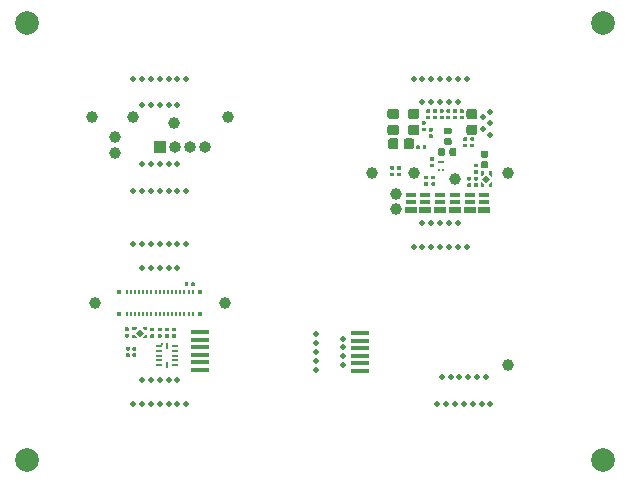
<source format=gbr>
G04 #@! TF.GenerationSoftware,KiCad,Pcbnew,(5.1.5)-3*
G04 #@! TF.CreationDate,2020-07-07T20:54:15-07:00*
G04 #@! TF.ProjectId,Miniscope-V4-Ephys-System,4d696e69-7363-46f7-9065-2d56342d4570,rev?*
G04 #@! TF.SameCoordinates,Original*
G04 #@! TF.FileFunction,Soldermask,Top*
G04 #@! TF.FilePolarity,Negative*
%FSLAX46Y46*%
G04 Gerber Fmt 4.6, Leading zero omitted, Abs format (unit mm)*
G04 Created by KiCad (PCBNEW (5.1.5)-3) date 2020-07-07 20:54:15*
%MOMM*%
%LPD*%
G04 APERTURE LIST*
%ADD10R,0.520000X0.280000*%
%ADD11R,0.170000X0.280000*%
%ADD12O,1.000000X1.000000*%
%ADD13R,1.000000X1.000000*%
%ADD14C,1.000000*%
%ADD15C,0.500000*%
%ADD16R,1.000000X0.520000*%
%ADD17R,0.840000X0.400000*%
%ADD18R,0.840000X0.410000*%
%ADD19C,2.000000*%
%ADD20C,0.508000*%
%ADD21R,0.455000X0.330000*%
%ADD22R,0.180000X0.330000*%
%ADD23C,0.100000*%
%ADD24R,1.500000X0.400000*%
%ADD25R,0.150000X0.250000*%
%ADD26R,0.200000X0.600000*%
%ADD27R,0.600000X0.200000*%
G04 APERTURE END LIST*
D10*
X135089600Y-116787400D03*
D11*
X135264600Y-117437400D03*
X134914600Y-117437400D03*
D12*
X115060000Y-115500000D03*
X113790000Y-115500000D03*
X112520000Y-115500000D03*
D13*
X111250000Y-115500000D03*
D14*
X112500000Y-113500000D03*
X109000000Y-113000000D03*
X136250000Y-118250000D03*
X132750000Y-117750000D03*
D15*
X112750000Y-119250000D03*
X112000000Y-119250000D03*
X109000000Y-119250000D03*
X113500000Y-119250000D03*
X111250000Y-119250000D03*
X110500000Y-119250000D03*
X109750000Y-119250000D03*
X109750000Y-117000000D03*
X113500000Y-109750000D03*
X110500000Y-117000000D03*
X112000000Y-117000000D03*
X112750000Y-117000000D03*
X111250000Y-117000000D03*
X109750000Y-109750000D03*
X112750000Y-112000000D03*
X110500000Y-112000000D03*
X112750000Y-109750000D03*
X111250000Y-109750000D03*
X112000000Y-109750000D03*
X112000000Y-112000000D03*
X110500000Y-109750000D03*
X109750000Y-112000000D03*
X111250000Y-112000000D03*
X109000000Y-109750000D03*
D14*
X105500000Y-113000000D03*
X117000000Y-113000000D03*
X107500000Y-114717400D03*
X107500000Y-116000000D03*
D16*
X132500000Y-120830000D03*
D17*
X132500000Y-120170000D03*
D18*
X132500000Y-119555000D03*
D16*
X137500000Y-120830000D03*
D17*
X137500000Y-120170000D03*
D18*
X137500000Y-119555000D03*
D16*
X135000000Y-120830000D03*
D17*
X135000000Y-120170000D03*
D18*
X135000000Y-119555000D03*
D16*
X133750000Y-120830000D03*
D17*
X133750000Y-120170000D03*
D18*
X133750000Y-119555000D03*
D16*
X136250000Y-120830000D03*
D17*
X136250000Y-120170000D03*
D18*
X136250000Y-119555000D03*
D16*
X138750000Y-120830000D03*
D17*
X138750000Y-120170000D03*
D18*
X138750000Y-119555000D03*
D19*
X148750000Y-142000000D03*
X148750000Y-105000000D03*
X100000000Y-105000000D03*
X100000000Y-142000000D03*
D15*
X138875000Y-135000000D03*
X139250000Y-137250000D03*
X134750000Y-137250000D03*
X137375000Y-135000000D03*
X136250000Y-137250000D03*
X135125000Y-135000000D03*
X138125000Y-135000000D03*
X137750000Y-137250000D03*
X138500000Y-137250000D03*
X137000000Y-137250000D03*
X136625000Y-135000000D03*
X135875000Y-135000000D03*
X135500000Y-137250000D03*
X124500000Y-131375000D03*
X124500000Y-134375000D03*
X126750000Y-131750000D03*
X113500000Y-137250000D03*
X109000000Y-137250000D03*
X109000000Y-123750000D03*
X113500000Y-123750000D03*
X132750000Y-109750000D03*
X137250000Y-109750000D03*
X137250000Y-124000000D03*
X132750000Y-124000000D03*
X124500000Y-132875000D03*
X126750000Y-132500000D03*
X124500000Y-133625000D03*
X126750000Y-134000000D03*
X126750000Y-133250000D03*
X124500000Y-132125000D03*
X135750000Y-122000000D03*
X134250000Y-124000000D03*
X133500000Y-122000000D03*
X136500000Y-122000000D03*
X135750000Y-124000000D03*
X136500000Y-124000000D03*
X135000000Y-124000000D03*
X135000000Y-122000000D03*
X134250000Y-122000000D03*
X133500000Y-124000000D03*
X134250000Y-111750000D03*
X135750000Y-109750000D03*
X136500000Y-111750000D03*
X133500000Y-111750000D03*
X134250000Y-109750000D03*
X133500000Y-109750000D03*
X135000000Y-109750000D03*
X135000000Y-111750000D03*
X135750000Y-111750000D03*
X136500000Y-109750000D03*
X110500000Y-123750000D03*
X109750000Y-123750000D03*
X112000000Y-123750000D03*
X112750000Y-123750000D03*
X111250000Y-123750000D03*
X110500000Y-125750000D03*
X109750000Y-125750000D03*
X112000000Y-125750000D03*
X112750000Y-125750000D03*
X111250000Y-125750000D03*
X110500000Y-137250000D03*
X109750000Y-137250000D03*
X112000000Y-137250000D03*
X112750000Y-137250000D03*
X111250000Y-137250000D03*
X112750000Y-135250000D03*
X112000000Y-135250000D03*
X111250000Y-135250000D03*
X110500000Y-135250000D03*
X109750000Y-135250000D03*
D14*
X140750000Y-134000000D03*
X105750000Y-128750000D03*
X116750000Y-128750000D03*
X140750000Y-117750000D03*
X129250000Y-117750000D03*
D20*
X139229800Y-112540400D03*
X138620200Y-113022999D03*
X139229800Y-113505599D03*
X138620200Y-113988198D03*
X139229800Y-114470798D03*
D21*
X107795000Y-129695000D03*
X107795000Y-127805000D03*
X114705000Y-129695000D03*
X114705000Y-127805000D03*
D22*
X114050000Y-129695000D03*
X113700000Y-129695000D03*
X113350000Y-129695000D03*
X113000000Y-129695000D03*
X112650000Y-129695000D03*
X112300000Y-129695000D03*
X111950000Y-129695000D03*
X111600000Y-129695000D03*
X111250000Y-129695000D03*
X110900000Y-129695000D03*
X110550000Y-129695000D03*
X110200000Y-129695000D03*
X109850000Y-129695000D03*
X109500000Y-129695000D03*
X109150000Y-129695000D03*
X108800000Y-129695000D03*
X108450000Y-129695000D03*
X108450000Y-127805000D03*
X108800000Y-127805000D03*
X109150000Y-127805000D03*
X109500000Y-127805000D03*
X109850000Y-127805000D03*
X110200000Y-127805000D03*
X110550000Y-127805000D03*
X110900000Y-127805000D03*
X111250000Y-127805000D03*
X111600000Y-127805000D03*
X111950000Y-127805000D03*
X112300000Y-127805000D03*
X112650000Y-127805000D03*
X113000000Y-127805000D03*
X113350000Y-127805000D03*
X113700000Y-127805000D03*
X114050000Y-127805000D03*
D14*
X131250000Y-119467400D03*
X131250000Y-120750000D03*
D23*
G36*
X134402296Y-116403373D02*
G01*
X134409819Y-116404489D01*
X134417197Y-116406337D01*
X134424358Y-116408899D01*
X134431233Y-116412151D01*
X134437757Y-116416061D01*
X134443865Y-116420592D01*
X134449501Y-116425699D01*
X134454608Y-116431335D01*
X134459139Y-116437443D01*
X134463049Y-116443967D01*
X134466301Y-116450842D01*
X134468863Y-116458003D01*
X134470711Y-116465381D01*
X134471827Y-116472904D01*
X134472200Y-116480500D01*
X134472200Y-116635500D01*
X134471827Y-116643096D01*
X134470711Y-116650619D01*
X134468863Y-116657997D01*
X134466301Y-116665158D01*
X134463049Y-116672033D01*
X134459139Y-116678557D01*
X134454608Y-116684665D01*
X134449501Y-116690301D01*
X134443865Y-116695408D01*
X134437757Y-116699939D01*
X134431233Y-116703849D01*
X134424358Y-116707101D01*
X134417197Y-116709663D01*
X134409819Y-116711511D01*
X134402296Y-116712627D01*
X134394700Y-116713000D01*
X134209700Y-116713000D01*
X134202104Y-116712627D01*
X134194581Y-116711511D01*
X134187203Y-116709663D01*
X134180042Y-116707101D01*
X134173167Y-116703849D01*
X134166643Y-116699939D01*
X134160535Y-116695408D01*
X134154899Y-116690301D01*
X134149792Y-116684665D01*
X134145261Y-116678557D01*
X134141351Y-116672033D01*
X134138099Y-116665158D01*
X134135537Y-116657997D01*
X134133689Y-116650619D01*
X134132573Y-116643096D01*
X134132200Y-116635500D01*
X134132200Y-116480500D01*
X134132573Y-116472904D01*
X134133689Y-116465381D01*
X134135537Y-116458003D01*
X134138099Y-116450842D01*
X134141351Y-116443967D01*
X134145261Y-116437443D01*
X134149792Y-116431335D01*
X134154899Y-116425699D01*
X134160535Y-116420592D01*
X134166643Y-116416061D01*
X134173167Y-116412151D01*
X134180042Y-116408899D01*
X134187203Y-116406337D01*
X134194581Y-116404489D01*
X134202104Y-116403373D01*
X134209700Y-116403000D01*
X134394700Y-116403000D01*
X134402296Y-116403373D01*
G37*
G36*
X134402296Y-116953373D02*
G01*
X134409819Y-116954489D01*
X134417197Y-116956337D01*
X134424358Y-116958899D01*
X134431233Y-116962151D01*
X134437757Y-116966061D01*
X134443865Y-116970592D01*
X134449501Y-116975699D01*
X134454608Y-116981335D01*
X134459139Y-116987443D01*
X134463049Y-116993967D01*
X134466301Y-117000842D01*
X134468863Y-117008003D01*
X134470711Y-117015381D01*
X134471827Y-117022904D01*
X134472200Y-117030500D01*
X134472200Y-117185500D01*
X134471827Y-117193096D01*
X134470711Y-117200619D01*
X134468863Y-117207997D01*
X134466301Y-117215158D01*
X134463049Y-117222033D01*
X134459139Y-117228557D01*
X134454608Y-117234665D01*
X134449501Y-117240301D01*
X134443865Y-117245408D01*
X134437757Y-117249939D01*
X134431233Y-117253849D01*
X134424358Y-117257101D01*
X134417197Y-117259663D01*
X134409819Y-117261511D01*
X134402296Y-117262627D01*
X134394700Y-117263000D01*
X134209700Y-117263000D01*
X134202104Y-117262627D01*
X134194581Y-117261511D01*
X134187203Y-117259663D01*
X134180042Y-117257101D01*
X134173167Y-117253849D01*
X134166643Y-117249939D01*
X134160535Y-117245408D01*
X134154899Y-117240301D01*
X134149792Y-117234665D01*
X134145261Y-117228557D01*
X134141351Y-117222033D01*
X134138099Y-117215158D01*
X134135537Y-117207997D01*
X134133689Y-117200619D01*
X134132573Y-117193096D01*
X134132200Y-117185500D01*
X134132200Y-117030500D01*
X134132573Y-117022904D01*
X134133689Y-117015381D01*
X134135537Y-117008003D01*
X134138099Y-117000842D01*
X134141351Y-116993967D01*
X134145261Y-116987443D01*
X134149792Y-116981335D01*
X134154899Y-116975699D01*
X134160535Y-116970592D01*
X134166643Y-116966061D01*
X134173167Y-116962151D01*
X134180042Y-116958899D01*
X134187203Y-116956337D01*
X134194581Y-116954489D01*
X134202104Y-116953373D01*
X134209700Y-116953000D01*
X134394700Y-116953000D01*
X134402296Y-116953373D01*
G37*
D24*
X114652400Y-131862400D03*
X114652400Y-133767400D03*
X114652400Y-132497400D03*
X114652400Y-133132400D03*
X114652400Y-134402400D03*
X114652400Y-131227400D03*
D23*
G36*
X131342529Y-113660023D02*
G01*
X131363157Y-113663083D01*
X131383385Y-113668150D01*
X131403020Y-113675176D01*
X131421872Y-113684092D01*
X131439759Y-113694813D01*
X131456509Y-113707235D01*
X131471960Y-113721240D01*
X131485965Y-113736691D01*
X131498387Y-113753441D01*
X131509108Y-113771328D01*
X131518024Y-113790180D01*
X131525050Y-113809815D01*
X131530117Y-113830043D01*
X131533177Y-113850671D01*
X131534200Y-113871500D01*
X131534200Y-114296500D01*
X131533177Y-114317329D01*
X131530117Y-114337957D01*
X131525050Y-114358185D01*
X131518024Y-114377820D01*
X131509108Y-114396672D01*
X131498387Y-114414559D01*
X131485965Y-114431309D01*
X131471960Y-114446760D01*
X131456509Y-114460765D01*
X131439759Y-114473187D01*
X131421872Y-114483908D01*
X131403020Y-114492824D01*
X131383385Y-114499850D01*
X131363157Y-114504917D01*
X131342529Y-114507977D01*
X131321700Y-114509000D01*
X130746700Y-114509000D01*
X130725871Y-114507977D01*
X130705243Y-114504917D01*
X130685015Y-114499850D01*
X130665380Y-114492824D01*
X130646528Y-114483908D01*
X130628641Y-114473187D01*
X130611891Y-114460765D01*
X130596440Y-114446760D01*
X130582435Y-114431309D01*
X130570013Y-114414559D01*
X130559292Y-114396672D01*
X130550376Y-114377820D01*
X130543350Y-114358185D01*
X130538283Y-114337957D01*
X130535223Y-114317329D01*
X130534200Y-114296500D01*
X130534200Y-113871500D01*
X130535223Y-113850671D01*
X130538283Y-113830043D01*
X130543350Y-113809815D01*
X130550376Y-113790180D01*
X130559292Y-113771328D01*
X130570013Y-113753441D01*
X130582435Y-113736691D01*
X130596440Y-113721240D01*
X130611891Y-113707235D01*
X130628641Y-113694813D01*
X130646528Y-113684092D01*
X130665380Y-113675176D01*
X130685015Y-113668150D01*
X130705243Y-113663083D01*
X130725871Y-113660023D01*
X130746700Y-113659000D01*
X131321700Y-113659000D01*
X131342529Y-113660023D01*
G37*
G36*
X133052529Y-113660023D02*
G01*
X133073157Y-113663083D01*
X133093385Y-113668150D01*
X133113020Y-113675176D01*
X133131872Y-113684092D01*
X133149759Y-113694813D01*
X133166509Y-113707235D01*
X133181960Y-113721240D01*
X133195965Y-113736691D01*
X133208387Y-113753441D01*
X133219108Y-113771328D01*
X133228024Y-113790180D01*
X133235050Y-113809815D01*
X133240117Y-113830043D01*
X133243177Y-113850671D01*
X133244200Y-113871500D01*
X133244200Y-114296500D01*
X133243177Y-114317329D01*
X133240117Y-114337957D01*
X133235050Y-114358185D01*
X133228024Y-114377820D01*
X133219108Y-114396672D01*
X133208387Y-114414559D01*
X133195965Y-114431309D01*
X133181960Y-114446760D01*
X133166509Y-114460765D01*
X133149759Y-114473187D01*
X133131872Y-114483908D01*
X133113020Y-114492824D01*
X133093385Y-114499850D01*
X133073157Y-114504917D01*
X133052529Y-114507977D01*
X133031700Y-114509000D01*
X132456700Y-114509000D01*
X132435871Y-114507977D01*
X132415243Y-114504917D01*
X132395015Y-114499850D01*
X132375380Y-114492824D01*
X132356528Y-114483908D01*
X132338641Y-114473187D01*
X132321891Y-114460765D01*
X132306440Y-114446760D01*
X132292435Y-114431309D01*
X132280013Y-114414559D01*
X132269292Y-114396672D01*
X132260376Y-114377820D01*
X132253350Y-114358185D01*
X132248283Y-114337957D01*
X132245223Y-114317329D01*
X132244200Y-114296500D01*
X132244200Y-113871500D01*
X132245223Y-113850671D01*
X132248283Y-113830043D01*
X132253350Y-113809815D01*
X132260376Y-113790180D01*
X132269292Y-113771328D01*
X132280013Y-113753441D01*
X132292435Y-113736691D01*
X132306440Y-113721240D01*
X132321891Y-113707235D01*
X132338641Y-113694813D01*
X132356528Y-113684092D01*
X132375380Y-113675176D01*
X132395015Y-113668150D01*
X132415243Y-113663083D01*
X132435871Y-113660023D01*
X132456700Y-113659000D01*
X133031700Y-113659000D01*
X133052529Y-113660023D01*
G37*
G36*
X133052529Y-112300023D02*
G01*
X133073157Y-112303083D01*
X133093385Y-112308150D01*
X133113020Y-112315176D01*
X133131872Y-112324092D01*
X133149759Y-112334813D01*
X133166509Y-112347235D01*
X133181960Y-112361240D01*
X133195965Y-112376691D01*
X133208387Y-112393441D01*
X133219108Y-112411328D01*
X133228024Y-112430180D01*
X133235050Y-112449815D01*
X133240117Y-112470043D01*
X133243177Y-112490671D01*
X133244200Y-112511500D01*
X133244200Y-112936500D01*
X133243177Y-112957329D01*
X133240117Y-112977957D01*
X133235050Y-112998185D01*
X133228024Y-113017820D01*
X133219108Y-113036672D01*
X133208387Y-113054559D01*
X133195965Y-113071309D01*
X133181960Y-113086760D01*
X133166509Y-113100765D01*
X133149759Y-113113187D01*
X133131872Y-113123908D01*
X133113020Y-113132824D01*
X133093385Y-113139850D01*
X133073157Y-113144917D01*
X133052529Y-113147977D01*
X133031700Y-113149000D01*
X132456700Y-113149000D01*
X132435871Y-113147977D01*
X132415243Y-113144917D01*
X132395015Y-113139850D01*
X132375380Y-113132824D01*
X132356528Y-113123908D01*
X132338641Y-113113187D01*
X132321891Y-113100765D01*
X132306440Y-113086760D01*
X132292435Y-113071309D01*
X132280013Y-113054559D01*
X132269292Y-113036672D01*
X132260376Y-113017820D01*
X132253350Y-112998185D01*
X132248283Y-112977957D01*
X132245223Y-112957329D01*
X132244200Y-112936500D01*
X132244200Y-112511500D01*
X132245223Y-112490671D01*
X132248283Y-112470043D01*
X132253350Y-112449815D01*
X132260376Y-112430180D01*
X132269292Y-112411328D01*
X132280013Y-112393441D01*
X132292435Y-112376691D01*
X132306440Y-112361240D01*
X132321891Y-112347235D01*
X132338641Y-112334813D01*
X132356528Y-112324092D01*
X132375380Y-112315176D01*
X132395015Y-112308150D01*
X132415243Y-112303083D01*
X132435871Y-112300023D01*
X132456700Y-112299000D01*
X133031700Y-112299000D01*
X133052529Y-112300023D01*
G37*
G36*
X131342529Y-112300023D02*
G01*
X131363157Y-112303083D01*
X131383385Y-112308150D01*
X131403020Y-112315176D01*
X131421872Y-112324092D01*
X131439759Y-112334813D01*
X131456509Y-112347235D01*
X131471960Y-112361240D01*
X131485965Y-112376691D01*
X131498387Y-112393441D01*
X131509108Y-112411328D01*
X131518024Y-112430180D01*
X131525050Y-112449815D01*
X131530117Y-112470043D01*
X131533177Y-112490671D01*
X131534200Y-112511500D01*
X131534200Y-112936500D01*
X131533177Y-112957329D01*
X131530117Y-112977957D01*
X131525050Y-112998185D01*
X131518024Y-113017820D01*
X131509108Y-113036672D01*
X131498387Y-113054559D01*
X131485965Y-113071309D01*
X131471960Y-113086760D01*
X131456509Y-113100765D01*
X131439759Y-113113187D01*
X131421872Y-113123908D01*
X131403020Y-113132824D01*
X131383385Y-113139850D01*
X131363157Y-113144917D01*
X131342529Y-113147977D01*
X131321700Y-113149000D01*
X130746700Y-113149000D01*
X130725871Y-113147977D01*
X130705243Y-113144917D01*
X130685015Y-113139850D01*
X130665380Y-113132824D01*
X130646528Y-113123908D01*
X130628641Y-113113187D01*
X130611891Y-113100765D01*
X130596440Y-113086760D01*
X130582435Y-113071309D01*
X130570013Y-113054559D01*
X130559292Y-113036672D01*
X130550376Y-113017820D01*
X130543350Y-112998185D01*
X130538283Y-112977957D01*
X130535223Y-112957329D01*
X130534200Y-112936500D01*
X130534200Y-112511500D01*
X130535223Y-112490671D01*
X130538283Y-112470043D01*
X130543350Y-112449815D01*
X130550376Y-112430180D01*
X130559292Y-112411328D01*
X130570013Y-112393441D01*
X130582435Y-112376691D01*
X130596440Y-112361240D01*
X130611891Y-112347235D01*
X130628641Y-112334813D01*
X130646528Y-112324092D01*
X130665380Y-112315176D01*
X130685015Y-112308150D01*
X130705243Y-112303083D01*
X130725871Y-112300023D01*
X130746700Y-112299000D01*
X131321700Y-112299000D01*
X131342529Y-112300023D01*
G37*
G36*
X138899600Y-117890589D02*
G01*
X139239011Y-118230000D01*
X138899600Y-118569411D01*
X138560189Y-118230000D01*
X138899600Y-117890589D01*
G37*
G36*
X139349600Y-118050000D02*
G01*
X139099600Y-117800000D01*
X139099600Y-117580000D01*
X139349600Y-117580000D01*
X139349600Y-118050000D01*
G37*
G36*
X138449600Y-118480000D02*
G01*
X138519600Y-118480000D01*
X138699600Y-118660000D01*
X138699600Y-118880000D01*
X138449600Y-118880000D01*
X138449600Y-118480000D01*
G37*
G36*
X138699600Y-117800000D02*
G01*
X138519600Y-117980000D01*
X138449600Y-117980000D01*
X138449600Y-117580000D01*
X138699600Y-117580000D01*
X138699600Y-117800000D01*
G37*
G36*
X139099600Y-118660000D02*
G01*
X139279600Y-118480000D01*
X139349600Y-118480000D01*
X139349600Y-118880000D01*
X139099600Y-118880000D01*
X139099600Y-118660000D01*
G37*
G36*
X109888211Y-131250800D02*
G01*
X109548800Y-131590211D01*
X109209389Y-131250800D01*
X109548800Y-130911389D01*
X109888211Y-131250800D01*
G37*
G36*
X109728800Y-131700800D02*
G01*
X109978800Y-131450800D01*
X110198800Y-131450800D01*
X110198800Y-131700800D01*
X109728800Y-131700800D01*
G37*
G36*
X109298800Y-130800800D02*
G01*
X109298800Y-130870800D01*
X109118800Y-131050800D01*
X108898800Y-131050800D01*
X108898800Y-130800800D01*
X109298800Y-130800800D01*
G37*
G36*
X109978800Y-131050800D02*
G01*
X109798800Y-130870800D01*
X109798800Y-130800800D01*
X110198800Y-130800800D01*
X110198800Y-131050800D01*
X109978800Y-131050800D01*
G37*
G36*
X109118800Y-131450800D02*
G01*
X109298800Y-131630800D01*
X109298800Y-131700800D01*
X108898800Y-131700800D01*
X108898800Y-131450800D01*
X109118800Y-131450800D01*
G37*
D25*
X111435000Y-132221600D03*
D26*
X111860000Y-132396600D03*
D27*
X112510000Y-132396600D03*
X112510000Y-132796600D03*
X112510000Y-133196600D03*
X112510000Y-133596600D03*
X112510000Y-133996600D03*
D26*
X111860000Y-133996600D03*
D27*
X111210000Y-133996600D03*
X111210000Y-133596600D03*
X111210000Y-133196600D03*
X111210000Y-132796600D03*
X111210000Y-132396600D03*
D23*
G36*
X137551896Y-118054373D02*
G01*
X137559419Y-118055489D01*
X137566797Y-118057337D01*
X137573958Y-118059899D01*
X137580833Y-118063151D01*
X137587357Y-118067061D01*
X137593465Y-118071592D01*
X137599101Y-118076699D01*
X137604208Y-118082335D01*
X137608739Y-118088443D01*
X137612649Y-118094967D01*
X137615901Y-118101842D01*
X137618463Y-118109003D01*
X137620311Y-118116381D01*
X137621427Y-118123904D01*
X137621800Y-118131500D01*
X137621800Y-118286500D01*
X137621427Y-118294096D01*
X137620311Y-118301619D01*
X137618463Y-118308997D01*
X137615901Y-118316158D01*
X137612649Y-118323033D01*
X137608739Y-118329557D01*
X137604208Y-118335665D01*
X137599101Y-118341301D01*
X137593465Y-118346408D01*
X137587357Y-118350939D01*
X137580833Y-118354849D01*
X137573958Y-118358101D01*
X137566797Y-118360663D01*
X137559419Y-118362511D01*
X137551896Y-118363627D01*
X137544300Y-118364000D01*
X137359300Y-118364000D01*
X137351704Y-118363627D01*
X137344181Y-118362511D01*
X137336803Y-118360663D01*
X137329642Y-118358101D01*
X137322767Y-118354849D01*
X137316243Y-118350939D01*
X137310135Y-118346408D01*
X137304499Y-118341301D01*
X137299392Y-118335665D01*
X137294861Y-118329557D01*
X137290951Y-118323033D01*
X137287699Y-118316158D01*
X137285137Y-118308997D01*
X137283289Y-118301619D01*
X137282173Y-118294096D01*
X137281800Y-118286500D01*
X137281800Y-118131500D01*
X137282173Y-118123904D01*
X137283289Y-118116381D01*
X137285137Y-118109003D01*
X137287699Y-118101842D01*
X137290951Y-118094967D01*
X137294861Y-118088443D01*
X137299392Y-118082335D01*
X137304499Y-118076699D01*
X137310135Y-118071592D01*
X137316243Y-118067061D01*
X137322767Y-118063151D01*
X137329642Y-118059899D01*
X137336803Y-118057337D01*
X137344181Y-118055489D01*
X137351704Y-118054373D01*
X137359300Y-118054000D01*
X137544300Y-118054000D01*
X137551896Y-118054373D01*
G37*
G36*
X137551896Y-118604373D02*
G01*
X137559419Y-118605489D01*
X137566797Y-118607337D01*
X137573958Y-118609899D01*
X137580833Y-118613151D01*
X137587357Y-118617061D01*
X137593465Y-118621592D01*
X137599101Y-118626699D01*
X137604208Y-118632335D01*
X137608739Y-118638443D01*
X137612649Y-118644967D01*
X137615901Y-118651842D01*
X137618463Y-118659003D01*
X137620311Y-118666381D01*
X137621427Y-118673904D01*
X137621800Y-118681500D01*
X137621800Y-118836500D01*
X137621427Y-118844096D01*
X137620311Y-118851619D01*
X137618463Y-118858997D01*
X137615901Y-118866158D01*
X137612649Y-118873033D01*
X137608739Y-118879557D01*
X137604208Y-118885665D01*
X137599101Y-118891301D01*
X137593465Y-118896408D01*
X137587357Y-118900939D01*
X137580833Y-118904849D01*
X137573958Y-118908101D01*
X137566797Y-118910663D01*
X137559419Y-118912511D01*
X137551896Y-118913627D01*
X137544300Y-118914000D01*
X137359300Y-118914000D01*
X137351704Y-118913627D01*
X137344181Y-118912511D01*
X137336803Y-118910663D01*
X137329642Y-118908101D01*
X137322767Y-118904849D01*
X137316243Y-118900939D01*
X137310135Y-118896408D01*
X137304499Y-118891301D01*
X137299392Y-118885665D01*
X137294861Y-118879557D01*
X137290951Y-118873033D01*
X137287699Y-118866158D01*
X137285137Y-118858997D01*
X137283289Y-118851619D01*
X137282173Y-118844096D01*
X137281800Y-118836500D01*
X137281800Y-118681500D01*
X137282173Y-118673904D01*
X137283289Y-118666381D01*
X137285137Y-118659003D01*
X137287699Y-118651842D01*
X137290951Y-118644967D01*
X137294861Y-118638443D01*
X137299392Y-118632335D01*
X137304499Y-118626699D01*
X137310135Y-118621592D01*
X137316243Y-118617061D01*
X137322767Y-118613151D01*
X137329642Y-118609899D01*
X137336803Y-118607337D01*
X137344181Y-118605489D01*
X137351704Y-118604373D01*
X137359300Y-118604000D01*
X137544300Y-118604000D01*
X137551896Y-118604373D01*
G37*
G36*
X131608296Y-117689973D02*
G01*
X131615819Y-117691089D01*
X131623197Y-117692937D01*
X131630358Y-117695499D01*
X131637233Y-117698751D01*
X131643757Y-117702661D01*
X131649865Y-117707192D01*
X131655501Y-117712299D01*
X131660608Y-117717935D01*
X131665139Y-117724043D01*
X131669049Y-117730567D01*
X131672301Y-117737442D01*
X131674863Y-117744603D01*
X131676711Y-117751981D01*
X131677827Y-117759504D01*
X131678200Y-117767100D01*
X131678200Y-117922100D01*
X131677827Y-117929696D01*
X131676711Y-117937219D01*
X131674863Y-117944597D01*
X131672301Y-117951758D01*
X131669049Y-117958633D01*
X131665139Y-117965157D01*
X131660608Y-117971265D01*
X131655501Y-117976901D01*
X131649865Y-117982008D01*
X131643757Y-117986539D01*
X131637233Y-117990449D01*
X131630358Y-117993701D01*
X131623197Y-117996263D01*
X131615819Y-117998111D01*
X131608296Y-117999227D01*
X131600700Y-117999600D01*
X131415700Y-117999600D01*
X131408104Y-117999227D01*
X131400581Y-117998111D01*
X131393203Y-117996263D01*
X131386042Y-117993701D01*
X131379167Y-117990449D01*
X131372643Y-117986539D01*
X131366535Y-117982008D01*
X131360899Y-117976901D01*
X131355792Y-117971265D01*
X131351261Y-117965157D01*
X131347351Y-117958633D01*
X131344099Y-117951758D01*
X131341537Y-117944597D01*
X131339689Y-117937219D01*
X131338573Y-117929696D01*
X131338200Y-117922100D01*
X131338200Y-117767100D01*
X131338573Y-117759504D01*
X131339689Y-117751981D01*
X131341537Y-117744603D01*
X131344099Y-117737442D01*
X131347351Y-117730567D01*
X131351261Y-117724043D01*
X131355792Y-117717935D01*
X131360899Y-117712299D01*
X131366535Y-117707192D01*
X131372643Y-117702661D01*
X131379167Y-117698751D01*
X131386042Y-117695499D01*
X131393203Y-117692937D01*
X131400581Y-117691089D01*
X131408104Y-117689973D01*
X131415700Y-117689600D01*
X131600700Y-117689600D01*
X131608296Y-117689973D01*
G37*
G36*
X131608296Y-117139973D02*
G01*
X131615819Y-117141089D01*
X131623197Y-117142937D01*
X131630358Y-117145499D01*
X131637233Y-117148751D01*
X131643757Y-117152661D01*
X131649865Y-117157192D01*
X131655501Y-117162299D01*
X131660608Y-117167935D01*
X131665139Y-117174043D01*
X131669049Y-117180567D01*
X131672301Y-117187442D01*
X131674863Y-117194603D01*
X131676711Y-117201981D01*
X131677827Y-117209504D01*
X131678200Y-117217100D01*
X131678200Y-117372100D01*
X131677827Y-117379696D01*
X131676711Y-117387219D01*
X131674863Y-117394597D01*
X131672301Y-117401758D01*
X131669049Y-117408633D01*
X131665139Y-117415157D01*
X131660608Y-117421265D01*
X131655501Y-117426901D01*
X131649865Y-117432008D01*
X131643757Y-117436539D01*
X131637233Y-117440449D01*
X131630358Y-117443701D01*
X131623197Y-117446263D01*
X131615819Y-117448111D01*
X131608296Y-117449227D01*
X131600700Y-117449600D01*
X131415700Y-117449600D01*
X131408104Y-117449227D01*
X131400581Y-117448111D01*
X131393203Y-117446263D01*
X131386042Y-117443701D01*
X131379167Y-117440449D01*
X131372643Y-117436539D01*
X131366535Y-117432008D01*
X131360899Y-117426901D01*
X131355792Y-117421265D01*
X131351261Y-117415157D01*
X131347351Y-117408633D01*
X131344099Y-117401758D01*
X131341537Y-117394597D01*
X131339689Y-117387219D01*
X131338573Y-117379696D01*
X131338200Y-117372100D01*
X131338200Y-117217100D01*
X131338573Y-117209504D01*
X131339689Y-117201981D01*
X131341537Y-117194603D01*
X131344099Y-117187442D01*
X131347351Y-117180567D01*
X131351261Y-117174043D01*
X131355792Y-117167935D01*
X131360899Y-117162299D01*
X131366535Y-117157192D01*
X131372643Y-117152661D01*
X131379167Y-117148751D01*
X131386042Y-117145499D01*
X131393203Y-117142937D01*
X131400581Y-117141089D01*
X131408104Y-117139973D01*
X131415700Y-117139600D01*
X131600700Y-117139600D01*
X131608296Y-117139973D01*
G37*
G36*
X131049496Y-117689973D02*
G01*
X131057019Y-117691089D01*
X131064397Y-117692937D01*
X131071558Y-117695499D01*
X131078433Y-117698751D01*
X131084957Y-117702661D01*
X131091065Y-117707192D01*
X131096701Y-117712299D01*
X131101808Y-117717935D01*
X131106339Y-117724043D01*
X131110249Y-117730567D01*
X131113501Y-117737442D01*
X131116063Y-117744603D01*
X131117911Y-117751981D01*
X131119027Y-117759504D01*
X131119400Y-117767100D01*
X131119400Y-117922100D01*
X131119027Y-117929696D01*
X131117911Y-117937219D01*
X131116063Y-117944597D01*
X131113501Y-117951758D01*
X131110249Y-117958633D01*
X131106339Y-117965157D01*
X131101808Y-117971265D01*
X131096701Y-117976901D01*
X131091065Y-117982008D01*
X131084957Y-117986539D01*
X131078433Y-117990449D01*
X131071558Y-117993701D01*
X131064397Y-117996263D01*
X131057019Y-117998111D01*
X131049496Y-117999227D01*
X131041900Y-117999600D01*
X130856900Y-117999600D01*
X130849304Y-117999227D01*
X130841781Y-117998111D01*
X130834403Y-117996263D01*
X130827242Y-117993701D01*
X130820367Y-117990449D01*
X130813843Y-117986539D01*
X130807735Y-117982008D01*
X130802099Y-117976901D01*
X130796992Y-117971265D01*
X130792461Y-117965157D01*
X130788551Y-117958633D01*
X130785299Y-117951758D01*
X130782737Y-117944597D01*
X130780889Y-117937219D01*
X130779773Y-117929696D01*
X130779400Y-117922100D01*
X130779400Y-117767100D01*
X130779773Y-117759504D01*
X130780889Y-117751981D01*
X130782737Y-117744603D01*
X130785299Y-117737442D01*
X130788551Y-117730567D01*
X130792461Y-117724043D01*
X130796992Y-117717935D01*
X130802099Y-117712299D01*
X130807735Y-117707192D01*
X130813843Y-117702661D01*
X130820367Y-117698751D01*
X130827242Y-117695499D01*
X130834403Y-117692937D01*
X130841781Y-117691089D01*
X130849304Y-117689973D01*
X130856900Y-117689600D01*
X131041900Y-117689600D01*
X131049496Y-117689973D01*
G37*
G36*
X131049496Y-117139973D02*
G01*
X131057019Y-117141089D01*
X131064397Y-117142937D01*
X131071558Y-117145499D01*
X131078433Y-117148751D01*
X131084957Y-117152661D01*
X131091065Y-117157192D01*
X131096701Y-117162299D01*
X131101808Y-117167935D01*
X131106339Y-117174043D01*
X131110249Y-117180567D01*
X131113501Y-117187442D01*
X131116063Y-117194603D01*
X131117911Y-117201981D01*
X131119027Y-117209504D01*
X131119400Y-117217100D01*
X131119400Y-117372100D01*
X131119027Y-117379696D01*
X131117911Y-117387219D01*
X131116063Y-117394597D01*
X131113501Y-117401758D01*
X131110249Y-117408633D01*
X131106339Y-117415157D01*
X131101808Y-117421265D01*
X131096701Y-117426901D01*
X131091065Y-117432008D01*
X131084957Y-117436539D01*
X131078433Y-117440449D01*
X131071558Y-117443701D01*
X131064397Y-117446263D01*
X131057019Y-117448111D01*
X131049496Y-117449227D01*
X131041900Y-117449600D01*
X130856900Y-117449600D01*
X130849304Y-117449227D01*
X130841781Y-117448111D01*
X130834403Y-117446263D01*
X130827242Y-117443701D01*
X130820367Y-117440449D01*
X130813843Y-117436539D01*
X130807735Y-117432008D01*
X130802099Y-117426901D01*
X130796992Y-117421265D01*
X130792461Y-117415157D01*
X130788551Y-117408633D01*
X130785299Y-117401758D01*
X130782737Y-117394597D01*
X130780889Y-117387219D01*
X130779773Y-117379696D01*
X130779400Y-117372100D01*
X130779400Y-117217100D01*
X130779773Y-117209504D01*
X130780889Y-117201981D01*
X130782737Y-117194603D01*
X130785299Y-117187442D01*
X130788551Y-117180567D01*
X130792461Y-117174043D01*
X130796992Y-117167935D01*
X130802099Y-117162299D01*
X130807735Y-117157192D01*
X130813843Y-117152661D01*
X130820367Y-117148751D01*
X130827242Y-117145499D01*
X130834403Y-117142937D01*
X130841781Y-117141089D01*
X130849304Y-117139973D01*
X130856900Y-117139600D01*
X131041900Y-117139600D01*
X131049496Y-117139973D01*
G37*
G36*
X114148896Y-126993773D02*
G01*
X114156419Y-126994889D01*
X114163797Y-126996737D01*
X114170958Y-126999299D01*
X114177833Y-127002551D01*
X114184357Y-127006461D01*
X114190465Y-127010992D01*
X114196101Y-127016099D01*
X114201208Y-127021735D01*
X114205739Y-127027843D01*
X114209649Y-127034367D01*
X114212901Y-127041242D01*
X114215463Y-127048403D01*
X114217311Y-127055781D01*
X114218427Y-127063304D01*
X114218800Y-127070900D01*
X114218800Y-127255900D01*
X114218427Y-127263496D01*
X114217311Y-127271019D01*
X114215463Y-127278397D01*
X114212901Y-127285558D01*
X114209649Y-127292433D01*
X114205739Y-127298957D01*
X114201208Y-127305065D01*
X114196101Y-127310701D01*
X114190465Y-127315808D01*
X114184357Y-127320339D01*
X114177833Y-127324249D01*
X114170958Y-127327501D01*
X114163797Y-127330063D01*
X114156419Y-127331911D01*
X114148896Y-127333027D01*
X114141300Y-127333400D01*
X113986300Y-127333400D01*
X113978704Y-127333027D01*
X113971181Y-127331911D01*
X113963803Y-127330063D01*
X113956642Y-127327501D01*
X113949767Y-127324249D01*
X113943243Y-127320339D01*
X113937135Y-127315808D01*
X113931499Y-127310701D01*
X113926392Y-127305065D01*
X113921861Y-127298957D01*
X113917951Y-127292433D01*
X113914699Y-127285558D01*
X113912137Y-127278397D01*
X113910289Y-127271019D01*
X113909173Y-127263496D01*
X113908800Y-127255900D01*
X113908800Y-127070900D01*
X113909173Y-127063304D01*
X113910289Y-127055781D01*
X113912137Y-127048403D01*
X113914699Y-127041242D01*
X113917951Y-127034367D01*
X113921861Y-127027843D01*
X113926392Y-127021735D01*
X113931499Y-127016099D01*
X113937135Y-127010992D01*
X113943243Y-127006461D01*
X113949767Y-127002551D01*
X113956642Y-126999299D01*
X113963803Y-126996737D01*
X113971181Y-126994889D01*
X113978704Y-126993773D01*
X113986300Y-126993400D01*
X114141300Y-126993400D01*
X114148896Y-126993773D01*
G37*
G36*
X113598896Y-126993773D02*
G01*
X113606419Y-126994889D01*
X113613797Y-126996737D01*
X113620958Y-126999299D01*
X113627833Y-127002551D01*
X113634357Y-127006461D01*
X113640465Y-127010992D01*
X113646101Y-127016099D01*
X113651208Y-127021735D01*
X113655739Y-127027843D01*
X113659649Y-127034367D01*
X113662901Y-127041242D01*
X113665463Y-127048403D01*
X113667311Y-127055781D01*
X113668427Y-127063304D01*
X113668800Y-127070900D01*
X113668800Y-127255900D01*
X113668427Y-127263496D01*
X113667311Y-127271019D01*
X113665463Y-127278397D01*
X113662901Y-127285558D01*
X113659649Y-127292433D01*
X113655739Y-127298957D01*
X113651208Y-127305065D01*
X113646101Y-127310701D01*
X113640465Y-127315808D01*
X113634357Y-127320339D01*
X113627833Y-127324249D01*
X113620958Y-127327501D01*
X113613797Y-127330063D01*
X113606419Y-127331911D01*
X113598896Y-127333027D01*
X113591300Y-127333400D01*
X113436300Y-127333400D01*
X113428704Y-127333027D01*
X113421181Y-127331911D01*
X113413803Y-127330063D01*
X113406642Y-127327501D01*
X113399767Y-127324249D01*
X113393243Y-127320339D01*
X113387135Y-127315808D01*
X113381499Y-127310701D01*
X113376392Y-127305065D01*
X113371861Y-127298957D01*
X113367951Y-127292433D01*
X113364699Y-127285558D01*
X113362137Y-127278397D01*
X113360289Y-127271019D01*
X113359173Y-127263496D01*
X113358800Y-127255900D01*
X113358800Y-127070900D01*
X113359173Y-127063304D01*
X113360289Y-127055781D01*
X113362137Y-127048403D01*
X113364699Y-127041242D01*
X113367951Y-127034367D01*
X113371861Y-127027843D01*
X113376392Y-127021735D01*
X113381499Y-127016099D01*
X113387135Y-127010992D01*
X113393243Y-127006461D01*
X113399767Y-127002551D01*
X113406642Y-126999299D01*
X113413803Y-126996737D01*
X113421181Y-126994889D01*
X113428704Y-126993773D01*
X113436300Y-126993400D01*
X113591300Y-126993400D01*
X113598896Y-126993773D01*
G37*
G36*
X111348896Y-131373173D02*
G01*
X111356419Y-131374289D01*
X111363797Y-131376137D01*
X111370958Y-131378699D01*
X111377833Y-131381951D01*
X111384357Y-131385861D01*
X111390465Y-131390392D01*
X111396101Y-131395499D01*
X111401208Y-131401135D01*
X111405739Y-131407243D01*
X111409649Y-131413767D01*
X111412901Y-131420642D01*
X111415463Y-131427803D01*
X111417311Y-131435181D01*
X111418427Y-131442704D01*
X111418800Y-131450300D01*
X111418800Y-131605300D01*
X111418427Y-131612896D01*
X111417311Y-131620419D01*
X111415463Y-131627797D01*
X111412901Y-131634958D01*
X111409649Y-131641833D01*
X111405739Y-131648357D01*
X111401208Y-131654465D01*
X111396101Y-131660101D01*
X111390465Y-131665208D01*
X111384357Y-131669739D01*
X111377833Y-131673649D01*
X111370958Y-131676901D01*
X111363797Y-131679463D01*
X111356419Y-131681311D01*
X111348896Y-131682427D01*
X111341300Y-131682800D01*
X111156300Y-131682800D01*
X111148704Y-131682427D01*
X111141181Y-131681311D01*
X111133803Y-131679463D01*
X111126642Y-131676901D01*
X111119767Y-131673649D01*
X111113243Y-131669739D01*
X111107135Y-131665208D01*
X111101499Y-131660101D01*
X111096392Y-131654465D01*
X111091861Y-131648357D01*
X111087951Y-131641833D01*
X111084699Y-131634958D01*
X111082137Y-131627797D01*
X111080289Y-131620419D01*
X111079173Y-131612896D01*
X111078800Y-131605300D01*
X111078800Y-131450300D01*
X111079173Y-131442704D01*
X111080289Y-131435181D01*
X111082137Y-131427803D01*
X111084699Y-131420642D01*
X111087951Y-131413767D01*
X111091861Y-131407243D01*
X111096392Y-131401135D01*
X111101499Y-131395499D01*
X111107135Y-131390392D01*
X111113243Y-131385861D01*
X111119767Y-131381951D01*
X111126642Y-131378699D01*
X111133803Y-131376137D01*
X111141181Y-131374289D01*
X111148704Y-131373173D01*
X111156300Y-131372800D01*
X111341300Y-131372800D01*
X111348896Y-131373173D01*
G37*
G36*
X111348896Y-130823173D02*
G01*
X111356419Y-130824289D01*
X111363797Y-130826137D01*
X111370958Y-130828699D01*
X111377833Y-130831951D01*
X111384357Y-130835861D01*
X111390465Y-130840392D01*
X111396101Y-130845499D01*
X111401208Y-130851135D01*
X111405739Y-130857243D01*
X111409649Y-130863767D01*
X111412901Y-130870642D01*
X111415463Y-130877803D01*
X111417311Y-130885181D01*
X111418427Y-130892704D01*
X111418800Y-130900300D01*
X111418800Y-131055300D01*
X111418427Y-131062896D01*
X111417311Y-131070419D01*
X111415463Y-131077797D01*
X111412901Y-131084958D01*
X111409649Y-131091833D01*
X111405739Y-131098357D01*
X111401208Y-131104465D01*
X111396101Y-131110101D01*
X111390465Y-131115208D01*
X111384357Y-131119739D01*
X111377833Y-131123649D01*
X111370958Y-131126901D01*
X111363797Y-131129463D01*
X111356419Y-131131311D01*
X111348896Y-131132427D01*
X111341300Y-131132800D01*
X111156300Y-131132800D01*
X111148704Y-131132427D01*
X111141181Y-131131311D01*
X111133803Y-131129463D01*
X111126642Y-131126901D01*
X111119767Y-131123649D01*
X111113243Y-131119739D01*
X111107135Y-131115208D01*
X111101499Y-131110101D01*
X111096392Y-131104465D01*
X111091861Y-131098357D01*
X111087951Y-131091833D01*
X111084699Y-131084958D01*
X111082137Y-131077797D01*
X111080289Y-131070419D01*
X111079173Y-131062896D01*
X111078800Y-131055300D01*
X111078800Y-130900300D01*
X111079173Y-130892704D01*
X111080289Y-130885181D01*
X111082137Y-130877803D01*
X111084699Y-130870642D01*
X111087951Y-130863767D01*
X111091861Y-130857243D01*
X111096392Y-130851135D01*
X111101499Y-130845499D01*
X111107135Y-130840392D01*
X111113243Y-130835861D01*
X111119767Y-130831951D01*
X111126642Y-130828699D01*
X111133803Y-130826137D01*
X111141181Y-130824289D01*
X111148704Y-130823173D01*
X111156300Y-130822800D01*
X111341300Y-130822800D01*
X111348896Y-130823173D01*
G37*
G36*
X112568096Y-131373173D02*
G01*
X112575619Y-131374289D01*
X112582997Y-131376137D01*
X112590158Y-131378699D01*
X112597033Y-131381951D01*
X112603557Y-131385861D01*
X112609665Y-131390392D01*
X112615301Y-131395499D01*
X112620408Y-131401135D01*
X112624939Y-131407243D01*
X112628849Y-131413767D01*
X112632101Y-131420642D01*
X112634663Y-131427803D01*
X112636511Y-131435181D01*
X112637627Y-131442704D01*
X112638000Y-131450300D01*
X112638000Y-131605300D01*
X112637627Y-131612896D01*
X112636511Y-131620419D01*
X112634663Y-131627797D01*
X112632101Y-131634958D01*
X112628849Y-131641833D01*
X112624939Y-131648357D01*
X112620408Y-131654465D01*
X112615301Y-131660101D01*
X112609665Y-131665208D01*
X112603557Y-131669739D01*
X112597033Y-131673649D01*
X112590158Y-131676901D01*
X112582997Y-131679463D01*
X112575619Y-131681311D01*
X112568096Y-131682427D01*
X112560500Y-131682800D01*
X112375500Y-131682800D01*
X112367904Y-131682427D01*
X112360381Y-131681311D01*
X112353003Y-131679463D01*
X112345842Y-131676901D01*
X112338967Y-131673649D01*
X112332443Y-131669739D01*
X112326335Y-131665208D01*
X112320699Y-131660101D01*
X112315592Y-131654465D01*
X112311061Y-131648357D01*
X112307151Y-131641833D01*
X112303899Y-131634958D01*
X112301337Y-131627797D01*
X112299489Y-131620419D01*
X112298373Y-131612896D01*
X112298000Y-131605300D01*
X112298000Y-131450300D01*
X112298373Y-131442704D01*
X112299489Y-131435181D01*
X112301337Y-131427803D01*
X112303899Y-131420642D01*
X112307151Y-131413767D01*
X112311061Y-131407243D01*
X112315592Y-131401135D01*
X112320699Y-131395499D01*
X112326335Y-131390392D01*
X112332443Y-131385861D01*
X112338967Y-131381951D01*
X112345842Y-131378699D01*
X112353003Y-131376137D01*
X112360381Y-131374289D01*
X112367904Y-131373173D01*
X112375500Y-131372800D01*
X112560500Y-131372800D01*
X112568096Y-131373173D01*
G37*
G36*
X112568096Y-130823173D02*
G01*
X112575619Y-130824289D01*
X112582997Y-130826137D01*
X112590158Y-130828699D01*
X112597033Y-130831951D01*
X112603557Y-130835861D01*
X112609665Y-130840392D01*
X112615301Y-130845499D01*
X112620408Y-130851135D01*
X112624939Y-130857243D01*
X112628849Y-130863767D01*
X112632101Y-130870642D01*
X112634663Y-130877803D01*
X112636511Y-130885181D01*
X112637627Y-130892704D01*
X112638000Y-130900300D01*
X112638000Y-131055300D01*
X112637627Y-131062896D01*
X112636511Y-131070419D01*
X112634663Y-131077797D01*
X112632101Y-131084958D01*
X112628849Y-131091833D01*
X112624939Y-131098357D01*
X112620408Y-131104465D01*
X112615301Y-131110101D01*
X112609665Y-131115208D01*
X112603557Y-131119739D01*
X112597033Y-131123649D01*
X112590158Y-131126901D01*
X112582997Y-131129463D01*
X112575619Y-131131311D01*
X112568096Y-131132427D01*
X112560500Y-131132800D01*
X112375500Y-131132800D01*
X112367904Y-131132427D01*
X112360381Y-131131311D01*
X112353003Y-131129463D01*
X112345842Y-131126901D01*
X112338967Y-131123649D01*
X112332443Y-131119739D01*
X112326335Y-131115208D01*
X112320699Y-131110101D01*
X112315592Y-131104465D01*
X112311061Y-131098357D01*
X112307151Y-131091833D01*
X112303899Y-131084958D01*
X112301337Y-131077797D01*
X112299489Y-131070419D01*
X112298373Y-131062896D01*
X112298000Y-131055300D01*
X112298000Y-130900300D01*
X112298373Y-130892704D01*
X112299489Y-130885181D01*
X112301337Y-130877803D01*
X112303899Y-130870642D01*
X112307151Y-130863767D01*
X112311061Y-130857243D01*
X112315592Y-130851135D01*
X112320699Y-130845499D01*
X112326335Y-130840392D01*
X112332443Y-130835861D01*
X112338967Y-130831951D01*
X112345842Y-130828699D01*
X112353003Y-130826137D01*
X112360381Y-130824289D01*
X112367904Y-130823173D01*
X112375500Y-130822800D01*
X112560500Y-130822800D01*
X112568096Y-130823173D01*
G37*
G36*
X111958496Y-131373173D02*
G01*
X111966019Y-131374289D01*
X111973397Y-131376137D01*
X111980558Y-131378699D01*
X111987433Y-131381951D01*
X111993957Y-131385861D01*
X112000065Y-131390392D01*
X112005701Y-131395499D01*
X112010808Y-131401135D01*
X112015339Y-131407243D01*
X112019249Y-131413767D01*
X112022501Y-131420642D01*
X112025063Y-131427803D01*
X112026911Y-131435181D01*
X112028027Y-131442704D01*
X112028400Y-131450300D01*
X112028400Y-131605300D01*
X112028027Y-131612896D01*
X112026911Y-131620419D01*
X112025063Y-131627797D01*
X112022501Y-131634958D01*
X112019249Y-131641833D01*
X112015339Y-131648357D01*
X112010808Y-131654465D01*
X112005701Y-131660101D01*
X112000065Y-131665208D01*
X111993957Y-131669739D01*
X111987433Y-131673649D01*
X111980558Y-131676901D01*
X111973397Y-131679463D01*
X111966019Y-131681311D01*
X111958496Y-131682427D01*
X111950900Y-131682800D01*
X111765900Y-131682800D01*
X111758304Y-131682427D01*
X111750781Y-131681311D01*
X111743403Y-131679463D01*
X111736242Y-131676901D01*
X111729367Y-131673649D01*
X111722843Y-131669739D01*
X111716735Y-131665208D01*
X111711099Y-131660101D01*
X111705992Y-131654465D01*
X111701461Y-131648357D01*
X111697551Y-131641833D01*
X111694299Y-131634958D01*
X111691737Y-131627797D01*
X111689889Y-131620419D01*
X111688773Y-131612896D01*
X111688400Y-131605300D01*
X111688400Y-131450300D01*
X111688773Y-131442704D01*
X111689889Y-131435181D01*
X111691737Y-131427803D01*
X111694299Y-131420642D01*
X111697551Y-131413767D01*
X111701461Y-131407243D01*
X111705992Y-131401135D01*
X111711099Y-131395499D01*
X111716735Y-131390392D01*
X111722843Y-131385861D01*
X111729367Y-131381951D01*
X111736242Y-131378699D01*
X111743403Y-131376137D01*
X111750781Y-131374289D01*
X111758304Y-131373173D01*
X111765900Y-131372800D01*
X111950900Y-131372800D01*
X111958496Y-131373173D01*
G37*
G36*
X111958496Y-130823173D02*
G01*
X111966019Y-130824289D01*
X111973397Y-130826137D01*
X111980558Y-130828699D01*
X111987433Y-130831951D01*
X111993957Y-130835861D01*
X112000065Y-130840392D01*
X112005701Y-130845499D01*
X112010808Y-130851135D01*
X112015339Y-130857243D01*
X112019249Y-130863767D01*
X112022501Y-130870642D01*
X112025063Y-130877803D01*
X112026911Y-130885181D01*
X112028027Y-130892704D01*
X112028400Y-130900300D01*
X112028400Y-131055300D01*
X112028027Y-131062896D01*
X112026911Y-131070419D01*
X112025063Y-131077797D01*
X112022501Y-131084958D01*
X112019249Y-131091833D01*
X112015339Y-131098357D01*
X112010808Y-131104465D01*
X112005701Y-131110101D01*
X112000065Y-131115208D01*
X111993957Y-131119739D01*
X111987433Y-131123649D01*
X111980558Y-131126901D01*
X111973397Y-131129463D01*
X111966019Y-131131311D01*
X111958496Y-131132427D01*
X111950900Y-131132800D01*
X111765900Y-131132800D01*
X111758304Y-131132427D01*
X111750781Y-131131311D01*
X111743403Y-131129463D01*
X111736242Y-131126901D01*
X111729367Y-131123649D01*
X111722843Y-131119739D01*
X111716735Y-131115208D01*
X111711099Y-131110101D01*
X111705992Y-131104465D01*
X111701461Y-131098357D01*
X111697551Y-131091833D01*
X111694299Y-131084958D01*
X111691737Y-131077797D01*
X111689889Y-131070419D01*
X111688773Y-131062896D01*
X111688400Y-131055300D01*
X111688400Y-130900300D01*
X111688773Y-130892704D01*
X111689889Y-130885181D01*
X111691737Y-130877803D01*
X111694299Y-130870642D01*
X111697551Y-130863767D01*
X111701461Y-130857243D01*
X111705992Y-130851135D01*
X111711099Y-130845499D01*
X111716735Y-130840392D01*
X111722843Y-130835861D01*
X111729367Y-130831951D01*
X111736242Y-130828699D01*
X111743403Y-130826137D01*
X111750781Y-130824289D01*
X111758304Y-130823173D01*
X111765900Y-130822800D01*
X111950900Y-130822800D01*
X111958496Y-130823173D01*
G37*
G36*
X137939709Y-112295071D02*
G01*
X137961308Y-112298275D01*
X137982488Y-112303581D01*
X138003047Y-112310937D01*
X138022786Y-112320273D01*
X138041514Y-112331498D01*
X138059053Y-112344505D01*
X138075231Y-112359169D01*
X138089895Y-112375347D01*
X138102902Y-112392886D01*
X138114127Y-112411614D01*
X138123463Y-112431353D01*
X138130819Y-112451912D01*
X138136125Y-112473092D01*
X138139329Y-112494691D01*
X138140400Y-112516500D01*
X138140400Y-112961500D01*
X138139329Y-112983309D01*
X138136125Y-113004908D01*
X138130819Y-113026088D01*
X138123463Y-113046647D01*
X138114127Y-113066386D01*
X138102902Y-113085114D01*
X138089895Y-113102653D01*
X138075231Y-113118831D01*
X138059053Y-113133495D01*
X138041514Y-113146502D01*
X138022786Y-113157727D01*
X138003047Y-113167063D01*
X137982488Y-113174419D01*
X137961308Y-113179725D01*
X137939709Y-113182929D01*
X137917900Y-113184000D01*
X137442900Y-113184000D01*
X137421091Y-113182929D01*
X137399492Y-113179725D01*
X137378312Y-113174419D01*
X137357753Y-113167063D01*
X137338014Y-113157727D01*
X137319286Y-113146502D01*
X137301747Y-113133495D01*
X137285569Y-113118831D01*
X137270905Y-113102653D01*
X137257898Y-113085114D01*
X137246673Y-113066386D01*
X137237337Y-113046647D01*
X137229981Y-113026088D01*
X137224675Y-113004908D01*
X137221471Y-112983309D01*
X137220400Y-112961500D01*
X137220400Y-112516500D01*
X137221471Y-112494691D01*
X137224675Y-112473092D01*
X137229981Y-112451912D01*
X137237337Y-112431353D01*
X137246673Y-112411614D01*
X137257898Y-112392886D01*
X137270905Y-112375347D01*
X137285569Y-112359169D01*
X137301747Y-112344505D01*
X137319286Y-112331498D01*
X137338014Y-112320273D01*
X137357753Y-112310937D01*
X137378312Y-112303581D01*
X137399492Y-112298275D01*
X137421091Y-112295071D01*
X137442900Y-112294000D01*
X137917900Y-112294000D01*
X137939709Y-112295071D01*
G37*
G36*
X137939709Y-113625071D02*
G01*
X137961308Y-113628275D01*
X137982488Y-113633581D01*
X138003047Y-113640937D01*
X138022786Y-113650273D01*
X138041514Y-113661498D01*
X138059053Y-113674505D01*
X138075231Y-113689169D01*
X138089895Y-113705347D01*
X138102902Y-113722886D01*
X138114127Y-113741614D01*
X138123463Y-113761353D01*
X138130819Y-113781912D01*
X138136125Y-113803092D01*
X138139329Y-113824691D01*
X138140400Y-113846500D01*
X138140400Y-114291500D01*
X138139329Y-114313309D01*
X138136125Y-114334908D01*
X138130819Y-114356088D01*
X138123463Y-114376647D01*
X138114127Y-114396386D01*
X138102902Y-114415114D01*
X138089895Y-114432653D01*
X138075231Y-114448831D01*
X138059053Y-114463495D01*
X138041514Y-114476502D01*
X138022786Y-114487727D01*
X138003047Y-114497063D01*
X137982488Y-114504419D01*
X137961308Y-114509725D01*
X137939709Y-114512929D01*
X137917900Y-114514000D01*
X137442900Y-114514000D01*
X137421091Y-114512929D01*
X137399492Y-114509725D01*
X137378312Y-114504419D01*
X137357753Y-114497063D01*
X137338014Y-114487727D01*
X137319286Y-114476502D01*
X137301747Y-114463495D01*
X137285569Y-114448831D01*
X137270905Y-114432653D01*
X137257898Y-114415114D01*
X137246673Y-114396386D01*
X137237337Y-114376647D01*
X137229981Y-114356088D01*
X137224675Y-114334908D01*
X137221471Y-114313309D01*
X137220400Y-114291500D01*
X137220400Y-113846500D01*
X137221471Y-113824691D01*
X137224675Y-113803092D01*
X137229981Y-113781912D01*
X137237337Y-113761353D01*
X137246673Y-113741614D01*
X137257898Y-113722886D01*
X137270905Y-113705347D01*
X137285569Y-113689169D01*
X137301747Y-113674505D01*
X137319286Y-113661498D01*
X137338014Y-113650273D01*
X137357753Y-113640937D01*
X137378312Y-113633581D01*
X137399492Y-113628275D01*
X137421091Y-113625071D01*
X137442900Y-113624000D01*
X137917900Y-113624000D01*
X137939709Y-113625071D01*
G37*
G36*
X132595309Y-114799271D02*
G01*
X132616908Y-114802475D01*
X132638088Y-114807781D01*
X132658647Y-114815137D01*
X132678386Y-114824473D01*
X132697114Y-114835698D01*
X132714653Y-114848705D01*
X132730831Y-114863369D01*
X132745495Y-114879547D01*
X132758502Y-114897086D01*
X132769727Y-114915814D01*
X132779063Y-114935553D01*
X132786419Y-114956112D01*
X132791725Y-114977292D01*
X132794929Y-114998891D01*
X132796000Y-115020700D01*
X132796000Y-115495700D01*
X132794929Y-115517509D01*
X132791725Y-115539108D01*
X132786419Y-115560288D01*
X132779063Y-115580847D01*
X132769727Y-115600586D01*
X132758502Y-115619314D01*
X132745495Y-115636853D01*
X132730831Y-115653031D01*
X132714653Y-115667695D01*
X132697114Y-115680702D01*
X132678386Y-115691927D01*
X132658647Y-115701263D01*
X132638088Y-115708619D01*
X132616908Y-115713925D01*
X132595309Y-115717129D01*
X132573500Y-115718200D01*
X132128500Y-115718200D01*
X132106691Y-115717129D01*
X132085092Y-115713925D01*
X132063912Y-115708619D01*
X132043353Y-115701263D01*
X132023614Y-115691927D01*
X132004886Y-115680702D01*
X131987347Y-115667695D01*
X131971169Y-115653031D01*
X131956505Y-115636853D01*
X131943498Y-115619314D01*
X131932273Y-115600586D01*
X131922937Y-115580847D01*
X131915581Y-115560288D01*
X131910275Y-115539108D01*
X131907071Y-115517509D01*
X131906000Y-115495700D01*
X131906000Y-115020700D01*
X131907071Y-114998891D01*
X131910275Y-114977292D01*
X131915581Y-114956112D01*
X131922937Y-114935553D01*
X131932273Y-114915814D01*
X131943498Y-114897086D01*
X131956505Y-114879547D01*
X131971169Y-114863369D01*
X131987347Y-114848705D01*
X132004886Y-114835698D01*
X132023614Y-114824473D01*
X132043353Y-114815137D01*
X132063912Y-114807781D01*
X132085092Y-114802475D01*
X132106691Y-114799271D01*
X132128500Y-114798200D01*
X132573500Y-114798200D01*
X132595309Y-114799271D01*
G37*
G36*
X131265309Y-114799271D02*
G01*
X131286908Y-114802475D01*
X131308088Y-114807781D01*
X131328647Y-114815137D01*
X131348386Y-114824473D01*
X131367114Y-114835698D01*
X131384653Y-114848705D01*
X131400831Y-114863369D01*
X131415495Y-114879547D01*
X131428502Y-114897086D01*
X131439727Y-114915814D01*
X131449063Y-114935553D01*
X131456419Y-114956112D01*
X131461725Y-114977292D01*
X131464929Y-114998891D01*
X131466000Y-115020700D01*
X131466000Y-115495700D01*
X131464929Y-115517509D01*
X131461725Y-115539108D01*
X131456419Y-115560288D01*
X131449063Y-115580847D01*
X131439727Y-115600586D01*
X131428502Y-115619314D01*
X131415495Y-115636853D01*
X131400831Y-115653031D01*
X131384653Y-115667695D01*
X131367114Y-115680702D01*
X131348386Y-115691927D01*
X131328647Y-115701263D01*
X131308088Y-115708619D01*
X131286908Y-115713925D01*
X131265309Y-115717129D01*
X131243500Y-115718200D01*
X130798500Y-115718200D01*
X130776691Y-115717129D01*
X130755092Y-115713925D01*
X130733912Y-115708619D01*
X130713353Y-115701263D01*
X130693614Y-115691927D01*
X130674886Y-115680702D01*
X130657347Y-115667695D01*
X130641169Y-115653031D01*
X130626505Y-115636853D01*
X130613498Y-115619314D01*
X130602273Y-115600586D01*
X130592937Y-115580847D01*
X130585581Y-115560288D01*
X130580275Y-115539108D01*
X130577071Y-115517509D01*
X130576000Y-115495700D01*
X130576000Y-115020700D01*
X130577071Y-114998891D01*
X130580275Y-114977292D01*
X130585581Y-114956112D01*
X130592937Y-114935553D01*
X130602273Y-114915814D01*
X130613498Y-114897086D01*
X130626505Y-114879547D01*
X130641169Y-114863369D01*
X130657347Y-114848705D01*
X130674886Y-114835698D01*
X130693614Y-114824473D01*
X130713353Y-114815137D01*
X130733912Y-114807781D01*
X130755092Y-114802475D01*
X130776691Y-114799271D01*
X130798500Y-114798200D01*
X131243500Y-114798200D01*
X131265309Y-114799271D01*
G37*
D24*
X128200000Y-131291600D03*
X128200000Y-132561600D03*
X128200000Y-133196600D03*
X128200000Y-134466600D03*
X128200000Y-133831600D03*
X128200000Y-131926600D03*
D23*
G36*
X136244558Y-115624710D02*
G01*
X136258876Y-115626834D01*
X136272917Y-115630351D01*
X136286546Y-115635228D01*
X136299631Y-115641417D01*
X136312047Y-115648858D01*
X136323673Y-115657481D01*
X136334398Y-115667202D01*
X136344119Y-115677927D01*
X136352742Y-115689553D01*
X136360183Y-115701969D01*
X136366372Y-115715054D01*
X136371249Y-115728683D01*
X136374766Y-115742724D01*
X136376890Y-115757042D01*
X136377600Y-115771500D01*
X136377600Y-116116500D01*
X136376890Y-116130958D01*
X136374766Y-116145276D01*
X136371249Y-116159317D01*
X136366372Y-116172946D01*
X136360183Y-116186031D01*
X136352742Y-116198447D01*
X136344119Y-116210073D01*
X136334398Y-116220798D01*
X136323673Y-116230519D01*
X136312047Y-116239142D01*
X136299631Y-116246583D01*
X136286546Y-116252772D01*
X136272917Y-116257649D01*
X136258876Y-116261166D01*
X136244558Y-116263290D01*
X136230100Y-116264000D01*
X135935100Y-116264000D01*
X135920642Y-116263290D01*
X135906324Y-116261166D01*
X135892283Y-116257649D01*
X135878654Y-116252772D01*
X135865569Y-116246583D01*
X135853153Y-116239142D01*
X135841527Y-116230519D01*
X135830802Y-116220798D01*
X135821081Y-116210073D01*
X135812458Y-116198447D01*
X135805017Y-116186031D01*
X135798828Y-116172946D01*
X135793951Y-116159317D01*
X135790434Y-116145276D01*
X135788310Y-116130958D01*
X135787600Y-116116500D01*
X135787600Y-115771500D01*
X135788310Y-115757042D01*
X135790434Y-115742724D01*
X135793951Y-115728683D01*
X135798828Y-115715054D01*
X135805017Y-115701969D01*
X135812458Y-115689553D01*
X135821081Y-115677927D01*
X135830802Y-115667202D01*
X135841527Y-115657481D01*
X135853153Y-115648858D01*
X135865569Y-115641417D01*
X135878654Y-115635228D01*
X135892283Y-115630351D01*
X135906324Y-115626834D01*
X135920642Y-115624710D01*
X135935100Y-115624000D01*
X136230100Y-115624000D01*
X136244558Y-115624710D01*
G37*
G36*
X135274558Y-115624710D02*
G01*
X135288876Y-115626834D01*
X135302917Y-115630351D01*
X135316546Y-115635228D01*
X135329631Y-115641417D01*
X135342047Y-115648858D01*
X135353673Y-115657481D01*
X135364398Y-115667202D01*
X135374119Y-115677927D01*
X135382742Y-115689553D01*
X135390183Y-115701969D01*
X135396372Y-115715054D01*
X135401249Y-115728683D01*
X135404766Y-115742724D01*
X135406890Y-115757042D01*
X135407600Y-115771500D01*
X135407600Y-116116500D01*
X135406890Y-116130958D01*
X135404766Y-116145276D01*
X135401249Y-116159317D01*
X135396372Y-116172946D01*
X135390183Y-116186031D01*
X135382742Y-116198447D01*
X135374119Y-116210073D01*
X135364398Y-116220798D01*
X135353673Y-116230519D01*
X135342047Y-116239142D01*
X135329631Y-116246583D01*
X135316546Y-116252772D01*
X135302917Y-116257649D01*
X135288876Y-116261166D01*
X135274558Y-116263290D01*
X135260100Y-116264000D01*
X134965100Y-116264000D01*
X134950642Y-116263290D01*
X134936324Y-116261166D01*
X134922283Y-116257649D01*
X134908654Y-116252772D01*
X134895569Y-116246583D01*
X134883153Y-116239142D01*
X134871527Y-116230519D01*
X134860802Y-116220798D01*
X134851081Y-116210073D01*
X134842458Y-116198447D01*
X134835017Y-116186031D01*
X134828828Y-116172946D01*
X134823951Y-116159317D01*
X134820434Y-116145276D01*
X134818310Y-116130958D01*
X134817600Y-116116500D01*
X134817600Y-115771500D01*
X134818310Y-115757042D01*
X134820434Y-115742724D01*
X134823951Y-115728683D01*
X134828828Y-115715054D01*
X134835017Y-115701969D01*
X134842458Y-115689553D01*
X134851081Y-115677927D01*
X134860802Y-115667202D01*
X134871527Y-115657481D01*
X134883153Y-115648858D01*
X134895569Y-115641417D01*
X134908654Y-115635228D01*
X134922283Y-115630351D01*
X134936324Y-115626834D01*
X134950642Y-115624710D01*
X134965100Y-115624000D01*
X135260100Y-115624000D01*
X135274558Y-115624710D01*
G37*
G36*
X138129896Y-117485773D02*
G01*
X138137419Y-117486889D01*
X138144797Y-117488737D01*
X138151958Y-117491299D01*
X138158833Y-117494551D01*
X138165357Y-117498461D01*
X138171465Y-117502992D01*
X138177101Y-117508099D01*
X138182208Y-117513735D01*
X138186739Y-117519843D01*
X138190649Y-117526367D01*
X138193901Y-117533242D01*
X138196463Y-117540403D01*
X138198311Y-117547781D01*
X138199427Y-117555304D01*
X138199800Y-117562900D01*
X138199800Y-117717900D01*
X138199427Y-117725496D01*
X138198311Y-117733019D01*
X138196463Y-117740397D01*
X138193901Y-117747558D01*
X138190649Y-117754433D01*
X138186739Y-117760957D01*
X138182208Y-117767065D01*
X138177101Y-117772701D01*
X138171465Y-117777808D01*
X138165357Y-117782339D01*
X138158833Y-117786249D01*
X138151958Y-117789501D01*
X138144797Y-117792063D01*
X138137419Y-117793911D01*
X138129896Y-117795027D01*
X138122300Y-117795400D01*
X137937300Y-117795400D01*
X137929704Y-117795027D01*
X137922181Y-117793911D01*
X137914803Y-117792063D01*
X137907642Y-117789501D01*
X137900767Y-117786249D01*
X137894243Y-117782339D01*
X137888135Y-117777808D01*
X137882499Y-117772701D01*
X137877392Y-117767065D01*
X137872861Y-117760957D01*
X137868951Y-117754433D01*
X137865699Y-117747558D01*
X137863137Y-117740397D01*
X137861289Y-117733019D01*
X137860173Y-117725496D01*
X137859800Y-117717900D01*
X137859800Y-117562900D01*
X137860173Y-117555304D01*
X137861289Y-117547781D01*
X137863137Y-117540403D01*
X137865699Y-117533242D01*
X137868951Y-117526367D01*
X137872861Y-117519843D01*
X137877392Y-117513735D01*
X137882499Y-117508099D01*
X137888135Y-117502992D01*
X137894243Y-117498461D01*
X137900767Y-117494551D01*
X137907642Y-117491299D01*
X137914803Y-117488737D01*
X137922181Y-117486889D01*
X137929704Y-117485773D01*
X137937300Y-117485400D01*
X138122300Y-117485400D01*
X138129896Y-117485773D01*
G37*
G36*
X138129896Y-116935773D02*
G01*
X138137419Y-116936889D01*
X138144797Y-116938737D01*
X138151958Y-116941299D01*
X138158833Y-116944551D01*
X138165357Y-116948461D01*
X138171465Y-116952992D01*
X138177101Y-116958099D01*
X138182208Y-116963735D01*
X138186739Y-116969843D01*
X138190649Y-116976367D01*
X138193901Y-116983242D01*
X138196463Y-116990403D01*
X138198311Y-116997781D01*
X138199427Y-117005304D01*
X138199800Y-117012900D01*
X138199800Y-117167900D01*
X138199427Y-117175496D01*
X138198311Y-117183019D01*
X138196463Y-117190397D01*
X138193901Y-117197558D01*
X138190649Y-117204433D01*
X138186739Y-117210957D01*
X138182208Y-117217065D01*
X138177101Y-117222701D01*
X138171465Y-117227808D01*
X138165357Y-117232339D01*
X138158833Y-117236249D01*
X138151958Y-117239501D01*
X138144797Y-117242063D01*
X138137419Y-117243911D01*
X138129896Y-117245027D01*
X138122300Y-117245400D01*
X137937300Y-117245400D01*
X137929704Y-117245027D01*
X137922181Y-117243911D01*
X137914803Y-117242063D01*
X137907642Y-117239501D01*
X137900767Y-117236249D01*
X137894243Y-117232339D01*
X137888135Y-117227808D01*
X137882499Y-117222701D01*
X137877392Y-117217065D01*
X137872861Y-117210957D01*
X137868951Y-117204433D01*
X137865699Y-117197558D01*
X137863137Y-117190397D01*
X137861289Y-117183019D01*
X137860173Y-117175496D01*
X137859800Y-117167900D01*
X137859800Y-117012900D01*
X137860173Y-117005304D01*
X137861289Y-116997781D01*
X137863137Y-116990403D01*
X137865699Y-116983242D01*
X137868951Y-116976367D01*
X137872861Y-116969843D01*
X137877392Y-116963735D01*
X137882499Y-116958099D01*
X137888135Y-116952992D01*
X137894243Y-116948461D01*
X137900767Y-116944551D01*
X137907642Y-116941299D01*
X137914803Y-116938737D01*
X137922181Y-116936889D01*
X137929704Y-116935773D01*
X137937300Y-116935400D01*
X138122300Y-116935400D01*
X138129896Y-116935773D01*
G37*
G36*
X138136096Y-118054373D02*
G01*
X138143619Y-118055489D01*
X138150997Y-118057337D01*
X138158158Y-118059899D01*
X138165033Y-118063151D01*
X138171557Y-118067061D01*
X138177665Y-118071592D01*
X138183301Y-118076699D01*
X138188408Y-118082335D01*
X138192939Y-118088443D01*
X138196849Y-118094967D01*
X138200101Y-118101842D01*
X138202663Y-118109003D01*
X138204511Y-118116381D01*
X138205627Y-118123904D01*
X138206000Y-118131500D01*
X138206000Y-118286500D01*
X138205627Y-118294096D01*
X138204511Y-118301619D01*
X138202663Y-118308997D01*
X138200101Y-118316158D01*
X138196849Y-118323033D01*
X138192939Y-118329557D01*
X138188408Y-118335665D01*
X138183301Y-118341301D01*
X138177665Y-118346408D01*
X138171557Y-118350939D01*
X138165033Y-118354849D01*
X138158158Y-118358101D01*
X138150997Y-118360663D01*
X138143619Y-118362511D01*
X138136096Y-118363627D01*
X138128500Y-118364000D01*
X137943500Y-118364000D01*
X137935904Y-118363627D01*
X137928381Y-118362511D01*
X137921003Y-118360663D01*
X137913842Y-118358101D01*
X137906967Y-118354849D01*
X137900443Y-118350939D01*
X137894335Y-118346408D01*
X137888699Y-118341301D01*
X137883592Y-118335665D01*
X137879061Y-118329557D01*
X137875151Y-118323033D01*
X137871899Y-118316158D01*
X137869337Y-118308997D01*
X137867489Y-118301619D01*
X137866373Y-118294096D01*
X137866000Y-118286500D01*
X137866000Y-118131500D01*
X137866373Y-118123904D01*
X137867489Y-118116381D01*
X137869337Y-118109003D01*
X137871899Y-118101842D01*
X137875151Y-118094967D01*
X137879061Y-118088443D01*
X137883592Y-118082335D01*
X137888699Y-118076699D01*
X137894335Y-118071592D01*
X137900443Y-118067061D01*
X137906967Y-118063151D01*
X137913842Y-118059899D01*
X137921003Y-118057337D01*
X137928381Y-118055489D01*
X137935904Y-118054373D01*
X137943500Y-118054000D01*
X138128500Y-118054000D01*
X138136096Y-118054373D01*
G37*
G36*
X138136096Y-118604373D02*
G01*
X138143619Y-118605489D01*
X138150997Y-118607337D01*
X138158158Y-118609899D01*
X138165033Y-118613151D01*
X138171557Y-118617061D01*
X138177665Y-118621592D01*
X138183301Y-118626699D01*
X138188408Y-118632335D01*
X138192939Y-118638443D01*
X138196849Y-118644967D01*
X138200101Y-118651842D01*
X138202663Y-118659003D01*
X138204511Y-118666381D01*
X138205627Y-118673904D01*
X138206000Y-118681500D01*
X138206000Y-118836500D01*
X138205627Y-118844096D01*
X138204511Y-118851619D01*
X138202663Y-118858997D01*
X138200101Y-118866158D01*
X138196849Y-118873033D01*
X138192939Y-118879557D01*
X138188408Y-118885665D01*
X138183301Y-118891301D01*
X138177665Y-118896408D01*
X138171557Y-118900939D01*
X138165033Y-118904849D01*
X138158158Y-118908101D01*
X138150997Y-118910663D01*
X138143619Y-118912511D01*
X138136096Y-118913627D01*
X138128500Y-118914000D01*
X137943500Y-118914000D01*
X137935904Y-118913627D01*
X137928381Y-118912511D01*
X137921003Y-118910663D01*
X137913842Y-118908101D01*
X137906967Y-118904849D01*
X137900443Y-118900939D01*
X137894335Y-118896408D01*
X137888699Y-118891301D01*
X137883592Y-118885665D01*
X137879061Y-118879557D01*
X137875151Y-118873033D01*
X137871899Y-118866158D01*
X137869337Y-118858997D01*
X137867489Y-118851619D01*
X137866373Y-118844096D01*
X137866000Y-118836500D01*
X137866000Y-118681500D01*
X137866373Y-118673904D01*
X137867489Y-118666381D01*
X137869337Y-118659003D01*
X137871899Y-118651842D01*
X137875151Y-118644967D01*
X137879061Y-118638443D01*
X137883592Y-118632335D01*
X137888699Y-118626699D01*
X137894335Y-118621592D01*
X137900443Y-118617061D01*
X137906967Y-118613151D01*
X137913842Y-118609899D01*
X137921003Y-118607337D01*
X137928381Y-118605489D01*
X137935904Y-118604373D01*
X137943500Y-118604000D01*
X138128500Y-118604000D01*
X138136096Y-118604373D01*
G37*
G36*
X136916896Y-112339373D02*
G01*
X136924419Y-112340489D01*
X136931797Y-112342337D01*
X136938958Y-112344899D01*
X136945833Y-112348151D01*
X136952357Y-112352061D01*
X136958465Y-112356592D01*
X136964101Y-112361699D01*
X136969208Y-112367335D01*
X136973739Y-112373443D01*
X136977649Y-112379967D01*
X136980901Y-112386842D01*
X136983463Y-112394003D01*
X136985311Y-112401381D01*
X136986427Y-112408904D01*
X136986800Y-112416500D01*
X136986800Y-112571500D01*
X136986427Y-112579096D01*
X136985311Y-112586619D01*
X136983463Y-112593997D01*
X136980901Y-112601158D01*
X136977649Y-112608033D01*
X136973739Y-112614557D01*
X136969208Y-112620665D01*
X136964101Y-112626301D01*
X136958465Y-112631408D01*
X136952357Y-112635939D01*
X136945833Y-112639849D01*
X136938958Y-112643101D01*
X136931797Y-112645663D01*
X136924419Y-112647511D01*
X136916896Y-112648627D01*
X136909300Y-112649000D01*
X136724300Y-112649000D01*
X136716704Y-112648627D01*
X136709181Y-112647511D01*
X136701803Y-112645663D01*
X136694642Y-112643101D01*
X136687767Y-112639849D01*
X136681243Y-112635939D01*
X136675135Y-112631408D01*
X136669499Y-112626301D01*
X136664392Y-112620665D01*
X136659861Y-112614557D01*
X136655951Y-112608033D01*
X136652699Y-112601158D01*
X136650137Y-112593997D01*
X136648289Y-112586619D01*
X136647173Y-112579096D01*
X136646800Y-112571500D01*
X136646800Y-112416500D01*
X136647173Y-112408904D01*
X136648289Y-112401381D01*
X136650137Y-112394003D01*
X136652699Y-112386842D01*
X136655951Y-112379967D01*
X136659861Y-112373443D01*
X136664392Y-112367335D01*
X136669499Y-112361699D01*
X136675135Y-112356592D01*
X136681243Y-112352061D01*
X136687767Y-112348151D01*
X136694642Y-112344899D01*
X136701803Y-112342337D01*
X136709181Y-112340489D01*
X136716704Y-112339373D01*
X136724300Y-112339000D01*
X136909300Y-112339000D01*
X136916896Y-112339373D01*
G37*
G36*
X136916896Y-112889373D02*
G01*
X136924419Y-112890489D01*
X136931797Y-112892337D01*
X136938958Y-112894899D01*
X136945833Y-112898151D01*
X136952357Y-112902061D01*
X136958465Y-112906592D01*
X136964101Y-112911699D01*
X136969208Y-112917335D01*
X136973739Y-112923443D01*
X136977649Y-112929967D01*
X136980901Y-112936842D01*
X136983463Y-112944003D01*
X136985311Y-112951381D01*
X136986427Y-112958904D01*
X136986800Y-112966500D01*
X136986800Y-113121500D01*
X136986427Y-113129096D01*
X136985311Y-113136619D01*
X136983463Y-113143997D01*
X136980901Y-113151158D01*
X136977649Y-113158033D01*
X136973739Y-113164557D01*
X136969208Y-113170665D01*
X136964101Y-113176301D01*
X136958465Y-113181408D01*
X136952357Y-113185939D01*
X136945833Y-113189849D01*
X136938958Y-113193101D01*
X136931797Y-113195663D01*
X136924419Y-113197511D01*
X136916896Y-113198627D01*
X136909300Y-113199000D01*
X136724300Y-113199000D01*
X136716704Y-113198627D01*
X136709181Y-113197511D01*
X136701803Y-113195663D01*
X136694642Y-113193101D01*
X136687767Y-113189849D01*
X136681243Y-113185939D01*
X136675135Y-113181408D01*
X136669499Y-113176301D01*
X136664392Y-113170665D01*
X136659861Y-113164557D01*
X136655951Y-113158033D01*
X136652699Y-113151158D01*
X136650137Y-113143997D01*
X136648289Y-113136619D01*
X136647173Y-113129096D01*
X136646800Y-113121500D01*
X136646800Y-112966500D01*
X136647173Y-112958904D01*
X136648289Y-112951381D01*
X136650137Y-112944003D01*
X136652699Y-112936842D01*
X136655951Y-112929967D01*
X136659861Y-112923443D01*
X136664392Y-112917335D01*
X136669499Y-112911699D01*
X136675135Y-112906592D01*
X136681243Y-112902061D01*
X136687767Y-112898151D01*
X136694642Y-112894899D01*
X136701803Y-112892337D01*
X136709181Y-112890489D01*
X136716704Y-112889373D01*
X136724300Y-112889000D01*
X136909300Y-112889000D01*
X136916896Y-112889373D01*
G37*
G36*
X134300696Y-113914173D02*
G01*
X134308219Y-113915289D01*
X134315597Y-113917137D01*
X134322758Y-113919699D01*
X134329633Y-113922951D01*
X134336157Y-113926861D01*
X134342265Y-113931392D01*
X134347901Y-113936499D01*
X134353008Y-113942135D01*
X134357539Y-113948243D01*
X134361449Y-113954767D01*
X134364701Y-113961642D01*
X134367263Y-113968803D01*
X134369111Y-113976181D01*
X134370227Y-113983704D01*
X134370600Y-113991300D01*
X134370600Y-114146300D01*
X134370227Y-114153896D01*
X134369111Y-114161419D01*
X134367263Y-114168797D01*
X134364701Y-114175958D01*
X134361449Y-114182833D01*
X134357539Y-114189357D01*
X134353008Y-114195465D01*
X134347901Y-114201101D01*
X134342265Y-114206208D01*
X134336157Y-114210739D01*
X134329633Y-114214649D01*
X134322758Y-114217901D01*
X134315597Y-114220463D01*
X134308219Y-114222311D01*
X134300696Y-114223427D01*
X134293100Y-114223800D01*
X134108100Y-114223800D01*
X134100504Y-114223427D01*
X134092981Y-114222311D01*
X134085603Y-114220463D01*
X134078442Y-114217901D01*
X134071567Y-114214649D01*
X134065043Y-114210739D01*
X134058935Y-114206208D01*
X134053299Y-114201101D01*
X134048192Y-114195465D01*
X134043661Y-114189357D01*
X134039751Y-114182833D01*
X134036499Y-114175958D01*
X134033937Y-114168797D01*
X134032089Y-114161419D01*
X134030973Y-114153896D01*
X134030600Y-114146300D01*
X134030600Y-113991300D01*
X134030973Y-113983704D01*
X134032089Y-113976181D01*
X134033937Y-113968803D01*
X134036499Y-113961642D01*
X134039751Y-113954767D01*
X134043661Y-113948243D01*
X134048192Y-113942135D01*
X134053299Y-113936499D01*
X134058935Y-113931392D01*
X134065043Y-113926861D01*
X134071567Y-113922951D01*
X134078442Y-113919699D01*
X134085603Y-113917137D01*
X134092981Y-113915289D01*
X134100504Y-113914173D01*
X134108100Y-113913800D01*
X134293100Y-113913800D01*
X134300696Y-113914173D01*
G37*
G36*
X134300696Y-114464173D02*
G01*
X134308219Y-114465289D01*
X134315597Y-114467137D01*
X134322758Y-114469699D01*
X134329633Y-114472951D01*
X134336157Y-114476861D01*
X134342265Y-114481392D01*
X134347901Y-114486499D01*
X134353008Y-114492135D01*
X134357539Y-114498243D01*
X134361449Y-114504767D01*
X134364701Y-114511642D01*
X134367263Y-114518803D01*
X134369111Y-114526181D01*
X134370227Y-114533704D01*
X134370600Y-114541300D01*
X134370600Y-114696300D01*
X134370227Y-114703896D01*
X134369111Y-114711419D01*
X134367263Y-114718797D01*
X134364701Y-114725958D01*
X134361449Y-114732833D01*
X134357539Y-114739357D01*
X134353008Y-114745465D01*
X134347901Y-114751101D01*
X134342265Y-114756208D01*
X134336157Y-114760739D01*
X134329633Y-114764649D01*
X134322758Y-114767901D01*
X134315597Y-114770463D01*
X134308219Y-114772311D01*
X134300696Y-114773427D01*
X134293100Y-114773800D01*
X134108100Y-114773800D01*
X134100504Y-114773427D01*
X134092981Y-114772311D01*
X134085603Y-114770463D01*
X134078442Y-114767901D01*
X134071567Y-114764649D01*
X134065043Y-114760739D01*
X134058935Y-114756208D01*
X134053299Y-114751101D01*
X134048192Y-114745465D01*
X134043661Y-114739357D01*
X134039751Y-114732833D01*
X134036499Y-114725958D01*
X134033937Y-114718797D01*
X134032089Y-114711419D01*
X134030973Y-114703896D01*
X134030600Y-114696300D01*
X134030600Y-114541300D01*
X134030973Y-114533704D01*
X134032089Y-114526181D01*
X134033937Y-114518803D01*
X134036499Y-114511642D01*
X134039751Y-114504767D01*
X134043661Y-114498243D01*
X134048192Y-114492135D01*
X134053299Y-114486499D01*
X134058935Y-114481392D01*
X134065043Y-114476861D01*
X134071567Y-114472951D01*
X134078442Y-114469699D01*
X134085603Y-114467137D01*
X134092981Y-114465289D01*
X134100504Y-114464173D01*
X134108100Y-114463800D01*
X134293100Y-114463800D01*
X134300696Y-114464173D01*
G37*
G36*
X134097496Y-112339373D02*
G01*
X134105019Y-112340489D01*
X134112397Y-112342337D01*
X134119558Y-112344899D01*
X134126433Y-112348151D01*
X134132957Y-112352061D01*
X134139065Y-112356592D01*
X134144701Y-112361699D01*
X134149808Y-112367335D01*
X134154339Y-112373443D01*
X134158249Y-112379967D01*
X134161501Y-112386842D01*
X134164063Y-112394003D01*
X134165911Y-112401381D01*
X134167027Y-112408904D01*
X134167400Y-112416500D01*
X134167400Y-112571500D01*
X134167027Y-112579096D01*
X134165911Y-112586619D01*
X134164063Y-112593997D01*
X134161501Y-112601158D01*
X134158249Y-112608033D01*
X134154339Y-112614557D01*
X134149808Y-112620665D01*
X134144701Y-112626301D01*
X134139065Y-112631408D01*
X134132957Y-112635939D01*
X134126433Y-112639849D01*
X134119558Y-112643101D01*
X134112397Y-112645663D01*
X134105019Y-112647511D01*
X134097496Y-112648627D01*
X134089900Y-112649000D01*
X133904900Y-112649000D01*
X133897304Y-112648627D01*
X133889781Y-112647511D01*
X133882403Y-112645663D01*
X133875242Y-112643101D01*
X133868367Y-112639849D01*
X133861843Y-112635939D01*
X133855735Y-112631408D01*
X133850099Y-112626301D01*
X133844992Y-112620665D01*
X133840461Y-112614557D01*
X133836551Y-112608033D01*
X133833299Y-112601158D01*
X133830737Y-112593997D01*
X133828889Y-112586619D01*
X133827773Y-112579096D01*
X133827400Y-112571500D01*
X133827400Y-112416500D01*
X133827773Y-112408904D01*
X133828889Y-112401381D01*
X133830737Y-112394003D01*
X133833299Y-112386842D01*
X133836551Y-112379967D01*
X133840461Y-112373443D01*
X133844992Y-112367335D01*
X133850099Y-112361699D01*
X133855735Y-112356592D01*
X133861843Y-112352061D01*
X133868367Y-112348151D01*
X133875242Y-112344899D01*
X133882403Y-112342337D01*
X133889781Y-112340489D01*
X133897304Y-112339373D01*
X133904900Y-112339000D01*
X134089900Y-112339000D01*
X134097496Y-112339373D01*
G37*
G36*
X134097496Y-112889373D02*
G01*
X134105019Y-112890489D01*
X134112397Y-112892337D01*
X134119558Y-112894899D01*
X134126433Y-112898151D01*
X134132957Y-112902061D01*
X134139065Y-112906592D01*
X134144701Y-112911699D01*
X134149808Y-112917335D01*
X134154339Y-112923443D01*
X134158249Y-112929967D01*
X134161501Y-112936842D01*
X134164063Y-112944003D01*
X134165911Y-112951381D01*
X134167027Y-112958904D01*
X134167400Y-112966500D01*
X134167400Y-113121500D01*
X134167027Y-113129096D01*
X134165911Y-113136619D01*
X134164063Y-113143997D01*
X134161501Y-113151158D01*
X134158249Y-113158033D01*
X134154339Y-113164557D01*
X134149808Y-113170665D01*
X134144701Y-113176301D01*
X134139065Y-113181408D01*
X134132957Y-113185939D01*
X134126433Y-113189849D01*
X134119558Y-113193101D01*
X134112397Y-113195663D01*
X134105019Y-113197511D01*
X134097496Y-113198627D01*
X134089900Y-113199000D01*
X133904900Y-113199000D01*
X133897304Y-113198627D01*
X133889781Y-113197511D01*
X133882403Y-113195663D01*
X133875242Y-113193101D01*
X133868367Y-113189849D01*
X133861843Y-113185939D01*
X133855735Y-113181408D01*
X133850099Y-113176301D01*
X133844992Y-113170665D01*
X133840461Y-113164557D01*
X133836551Y-113158033D01*
X133833299Y-113151158D01*
X133830737Y-113143997D01*
X133828889Y-113136619D01*
X133827773Y-113129096D01*
X133827400Y-113121500D01*
X133827400Y-112966500D01*
X133827773Y-112958904D01*
X133828889Y-112951381D01*
X133830737Y-112944003D01*
X133833299Y-112936842D01*
X133836551Y-112929967D01*
X133840461Y-112923443D01*
X133844992Y-112917335D01*
X133850099Y-112911699D01*
X133855735Y-112906592D01*
X133861843Y-112902061D01*
X133868367Y-112898151D01*
X133875242Y-112894899D01*
X133882403Y-112892337D01*
X133889781Y-112890489D01*
X133897304Y-112889373D01*
X133904900Y-112889000D01*
X134089900Y-112889000D01*
X134097496Y-112889373D01*
G37*
G36*
X133691096Y-113905373D02*
G01*
X133698619Y-113906489D01*
X133705997Y-113908337D01*
X133713158Y-113910899D01*
X133720033Y-113914151D01*
X133726557Y-113918061D01*
X133732665Y-113922592D01*
X133738301Y-113927699D01*
X133743408Y-113933335D01*
X133747939Y-113939443D01*
X133751849Y-113945967D01*
X133755101Y-113952842D01*
X133757663Y-113960003D01*
X133759511Y-113967381D01*
X133760627Y-113974904D01*
X133761000Y-113982500D01*
X133761000Y-114137500D01*
X133760627Y-114145096D01*
X133759511Y-114152619D01*
X133757663Y-114159997D01*
X133755101Y-114167158D01*
X133751849Y-114174033D01*
X133747939Y-114180557D01*
X133743408Y-114186665D01*
X133738301Y-114192301D01*
X133732665Y-114197408D01*
X133726557Y-114201939D01*
X133720033Y-114205849D01*
X133713158Y-114209101D01*
X133705997Y-114211663D01*
X133698619Y-114213511D01*
X133691096Y-114214627D01*
X133683500Y-114215000D01*
X133498500Y-114215000D01*
X133490904Y-114214627D01*
X133483381Y-114213511D01*
X133476003Y-114211663D01*
X133468842Y-114209101D01*
X133461967Y-114205849D01*
X133455443Y-114201939D01*
X133449335Y-114197408D01*
X133443699Y-114192301D01*
X133438592Y-114186665D01*
X133434061Y-114180557D01*
X133430151Y-114174033D01*
X133426899Y-114167158D01*
X133424337Y-114159997D01*
X133422489Y-114152619D01*
X133421373Y-114145096D01*
X133421000Y-114137500D01*
X133421000Y-113982500D01*
X133421373Y-113974904D01*
X133422489Y-113967381D01*
X133424337Y-113960003D01*
X133426899Y-113952842D01*
X133430151Y-113945967D01*
X133434061Y-113939443D01*
X133438592Y-113933335D01*
X133443699Y-113927699D01*
X133449335Y-113922592D01*
X133455443Y-113918061D01*
X133461967Y-113914151D01*
X133468842Y-113910899D01*
X133476003Y-113908337D01*
X133483381Y-113906489D01*
X133490904Y-113905373D01*
X133498500Y-113905000D01*
X133683500Y-113905000D01*
X133691096Y-113905373D01*
G37*
G36*
X133691096Y-113355373D02*
G01*
X133698619Y-113356489D01*
X133705997Y-113358337D01*
X133713158Y-113360899D01*
X133720033Y-113364151D01*
X133726557Y-113368061D01*
X133732665Y-113372592D01*
X133738301Y-113377699D01*
X133743408Y-113383335D01*
X133747939Y-113389443D01*
X133751849Y-113395967D01*
X133755101Y-113402842D01*
X133757663Y-113410003D01*
X133759511Y-113417381D01*
X133760627Y-113424904D01*
X133761000Y-113432500D01*
X133761000Y-113587500D01*
X133760627Y-113595096D01*
X133759511Y-113602619D01*
X133757663Y-113609997D01*
X133755101Y-113617158D01*
X133751849Y-113624033D01*
X133747939Y-113630557D01*
X133743408Y-113636665D01*
X133738301Y-113642301D01*
X133732665Y-113647408D01*
X133726557Y-113651939D01*
X133720033Y-113655849D01*
X133713158Y-113659101D01*
X133705997Y-113661663D01*
X133698619Y-113663511D01*
X133691096Y-113664627D01*
X133683500Y-113665000D01*
X133498500Y-113665000D01*
X133490904Y-113664627D01*
X133483381Y-113663511D01*
X133476003Y-113661663D01*
X133468842Y-113659101D01*
X133461967Y-113655849D01*
X133455443Y-113651939D01*
X133449335Y-113647408D01*
X133443699Y-113642301D01*
X133438592Y-113636665D01*
X133434061Y-113630557D01*
X133430151Y-113624033D01*
X133426899Y-113617158D01*
X133424337Y-113609997D01*
X133422489Y-113602619D01*
X133421373Y-113595096D01*
X133421000Y-113587500D01*
X133421000Y-113432500D01*
X133421373Y-113424904D01*
X133422489Y-113417381D01*
X133424337Y-113410003D01*
X133426899Y-113402842D01*
X133430151Y-113395967D01*
X133434061Y-113389443D01*
X133438592Y-113383335D01*
X133443699Y-113377699D01*
X133449335Y-113372592D01*
X133455443Y-113368061D01*
X133461967Y-113364151D01*
X133468842Y-113360899D01*
X133476003Y-113358337D01*
X133483381Y-113356489D01*
X133490904Y-113355373D01*
X133498500Y-113355000D01*
X133683500Y-113355000D01*
X133691096Y-113355373D01*
G37*
G36*
X134656296Y-112339373D02*
G01*
X134663819Y-112340489D01*
X134671197Y-112342337D01*
X134678358Y-112344899D01*
X134685233Y-112348151D01*
X134691757Y-112352061D01*
X134697865Y-112356592D01*
X134703501Y-112361699D01*
X134708608Y-112367335D01*
X134713139Y-112373443D01*
X134717049Y-112379967D01*
X134720301Y-112386842D01*
X134722863Y-112394003D01*
X134724711Y-112401381D01*
X134725827Y-112408904D01*
X134726200Y-112416500D01*
X134726200Y-112571500D01*
X134725827Y-112579096D01*
X134724711Y-112586619D01*
X134722863Y-112593997D01*
X134720301Y-112601158D01*
X134717049Y-112608033D01*
X134713139Y-112614557D01*
X134708608Y-112620665D01*
X134703501Y-112626301D01*
X134697865Y-112631408D01*
X134691757Y-112635939D01*
X134685233Y-112639849D01*
X134678358Y-112643101D01*
X134671197Y-112645663D01*
X134663819Y-112647511D01*
X134656296Y-112648627D01*
X134648700Y-112649000D01*
X134463700Y-112649000D01*
X134456104Y-112648627D01*
X134448581Y-112647511D01*
X134441203Y-112645663D01*
X134434042Y-112643101D01*
X134427167Y-112639849D01*
X134420643Y-112635939D01*
X134414535Y-112631408D01*
X134408899Y-112626301D01*
X134403792Y-112620665D01*
X134399261Y-112614557D01*
X134395351Y-112608033D01*
X134392099Y-112601158D01*
X134389537Y-112593997D01*
X134387689Y-112586619D01*
X134386573Y-112579096D01*
X134386200Y-112571500D01*
X134386200Y-112416500D01*
X134386573Y-112408904D01*
X134387689Y-112401381D01*
X134389537Y-112394003D01*
X134392099Y-112386842D01*
X134395351Y-112379967D01*
X134399261Y-112373443D01*
X134403792Y-112367335D01*
X134408899Y-112361699D01*
X134414535Y-112356592D01*
X134420643Y-112352061D01*
X134427167Y-112348151D01*
X134434042Y-112344899D01*
X134441203Y-112342337D01*
X134448581Y-112340489D01*
X134456104Y-112339373D01*
X134463700Y-112339000D01*
X134648700Y-112339000D01*
X134656296Y-112339373D01*
G37*
G36*
X134656296Y-112889373D02*
G01*
X134663819Y-112890489D01*
X134671197Y-112892337D01*
X134678358Y-112894899D01*
X134685233Y-112898151D01*
X134691757Y-112902061D01*
X134697865Y-112906592D01*
X134703501Y-112911699D01*
X134708608Y-112917335D01*
X134713139Y-112923443D01*
X134717049Y-112929967D01*
X134720301Y-112936842D01*
X134722863Y-112944003D01*
X134724711Y-112951381D01*
X134725827Y-112958904D01*
X134726200Y-112966500D01*
X134726200Y-113121500D01*
X134725827Y-113129096D01*
X134724711Y-113136619D01*
X134722863Y-113143997D01*
X134720301Y-113151158D01*
X134717049Y-113158033D01*
X134713139Y-113164557D01*
X134708608Y-113170665D01*
X134703501Y-113176301D01*
X134697865Y-113181408D01*
X134691757Y-113185939D01*
X134685233Y-113189849D01*
X134678358Y-113193101D01*
X134671197Y-113195663D01*
X134663819Y-113197511D01*
X134656296Y-113198627D01*
X134648700Y-113199000D01*
X134463700Y-113199000D01*
X134456104Y-113198627D01*
X134448581Y-113197511D01*
X134441203Y-113195663D01*
X134434042Y-113193101D01*
X134427167Y-113189849D01*
X134420643Y-113185939D01*
X134414535Y-113181408D01*
X134408899Y-113176301D01*
X134403792Y-113170665D01*
X134399261Y-113164557D01*
X134395351Y-113158033D01*
X134392099Y-113151158D01*
X134389537Y-113143997D01*
X134387689Y-113136619D01*
X134386573Y-113129096D01*
X134386200Y-113121500D01*
X134386200Y-112966500D01*
X134386573Y-112958904D01*
X134387689Y-112951381D01*
X134389537Y-112944003D01*
X134392099Y-112936842D01*
X134395351Y-112929967D01*
X134399261Y-112923443D01*
X134403792Y-112917335D01*
X134408899Y-112911699D01*
X134414535Y-112906592D01*
X134420643Y-112902061D01*
X134427167Y-112898151D01*
X134434042Y-112894899D01*
X134441203Y-112892337D01*
X134448581Y-112890489D01*
X134456104Y-112889373D01*
X134463700Y-112889000D01*
X134648700Y-112889000D01*
X134656296Y-112889373D01*
G37*
G36*
X134529296Y-117952773D02*
G01*
X134536819Y-117953889D01*
X134544197Y-117955737D01*
X134551358Y-117958299D01*
X134558233Y-117961551D01*
X134564757Y-117965461D01*
X134570865Y-117969992D01*
X134576501Y-117975099D01*
X134581608Y-117980735D01*
X134586139Y-117986843D01*
X134590049Y-117993367D01*
X134593301Y-118000242D01*
X134595863Y-118007403D01*
X134597711Y-118014781D01*
X134598827Y-118022304D01*
X134599200Y-118029900D01*
X134599200Y-118184900D01*
X134598827Y-118192496D01*
X134597711Y-118200019D01*
X134595863Y-118207397D01*
X134593301Y-118214558D01*
X134590049Y-118221433D01*
X134586139Y-118227957D01*
X134581608Y-118234065D01*
X134576501Y-118239701D01*
X134570865Y-118244808D01*
X134564757Y-118249339D01*
X134558233Y-118253249D01*
X134551358Y-118256501D01*
X134544197Y-118259063D01*
X134536819Y-118260911D01*
X134529296Y-118262027D01*
X134521700Y-118262400D01*
X134336700Y-118262400D01*
X134329104Y-118262027D01*
X134321581Y-118260911D01*
X134314203Y-118259063D01*
X134307042Y-118256501D01*
X134300167Y-118253249D01*
X134293643Y-118249339D01*
X134287535Y-118244808D01*
X134281899Y-118239701D01*
X134276792Y-118234065D01*
X134272261Y-118227957D01*
X134268351Y-118221433D01*
X134265099Y-118214558D01*
X134262537Y-118207397D01*
X134260689Y-118200019D01*
X134259573Y-118192496D01*
X134259200Y-118184900D01*
X134259200Y-118029900D01*
X134259573Y-118022304D01*
X134260689Y-118014781D01*
X134262537Y-118007403D01*
X134265099Y-118000242D01*
X134268351Y-117993367D01*
X134272261Y-117986843D01*
X134276792Y-117980735D01*
X134281899Y-117975099D01*
X134287535Y-117969992D01*
X134293643Y-117965461D01*
X134300167Y-117961551D01*
X134307042Y-117958299D01*
X134314203Y-117955737D01*
X134321581Y-117953889D01*
X134329104Y-117952773D01*
X134336700Y-117952400D01*
X134521700Y-117952400D01*
X134529296Y-117952773D01*
G37*
G36*
X134529296Y-118502773D02*
G01*
X134536819Y-118503889D01*
X134544197Y-118505737D01*
X134551358Y-118508299D01*
X134558233Y-118511551D01*
X134564757Y-118515461D01*
X134570865Y-118519992D01*
X134576501Y-118525099D01*
X134581608Y-118530735D01*
X134586139Y-118536843D01*
X134590049Y-118543367D01*
X134593301Y-118550242D01*
X134595863Y-118557403D01*
X134597711Y-118564781D01*
X134598827Y-118572304D01*
X134599200Y-118579900D01*
X134599200Y-118734900D01*
X134598827Y-118742496D01*
X134597711Y-118750019D01*
X134595863Y-118757397D01*
X134593301Y-118764558D01*
X134590049Y-118771433D01*
X134586139Y-118777957D01*
X134581608Y-118784065D01*
X134576501Y-118789701D01*
X134570865Y-118794808D01*
X134564757Y-118799339D01*
X134558233Y-118803249D01*
X134551358Y-118806501D01*
X134544197Y-118809063D01*
X134536819Y-118810911D01*
X134529296Y-118812027D01*
X134521700Y-118812400D01*
X134336700Y-118812400D01*
X134329104Y-118812027D01*
X134321581Y-118810911D01*
X134314203Y-118809063D01*
X134307042Y-118806501D01*
X134300167Y-118803249D01*
X134293643Y-118799339D01*
X134287535Y-118794808D01*
X134281899Y-118789701D01*
X134276792Y-118784065D01*
X134272261Y-118777957D01*
X134268351Y-118771433D01*
X134265099Y-118764558D01*
X134262537Y-118757397D01*
X134260689Y-118750019D01*
X134259573Y-118742496D01*
X134259200Y-118734900D01*
X134259200Y-118579900D01*
X134259573Y-118572304D01*
X134260689Y-118564781D01*
X134262537Y-118557403D01*
X134265099Y-118550242D01*
X134268351Y-118543367D01*
X134272261Y-118536843D01*
X134276792Y-118530735D01*
X134281899Y-118525099D01*
X134287535Y-118519992D01*
X134293643Y-118515461D01*
X134300167Y-118511551D01*
X134307042Y-118508299D01*
X134314203Y-118505737D01*
X134321581Y-118503889D01*
X134329104Y-118502773D01*
X134336700Y-118502400D01*
X134521700Y-118502400D01*
X134529296Y-118502773D01*
G37*
G36*
X133919696Y-117952773D02*
G01*
X133927219Y-117953889D01*
X133934597Y-117955737D01*
X133941758Y-117958299D01*
X133948633Y-117961551D01*
X133955157Y-117965461D01*
X133961265Y-117969992D01*
X133966901Y-117975099D01*
X133972008Y-117980735D01*
X133976539Y-117986843D01*
X133980449Y-117993367D01*
X133983701Y-118000242D01*
X133986263Y-118007403D01*
X133988111Y-118014781D01*
X133989227Y-118022304D01*
X133989600Y-118029900D01*
X133989600Y-118184900D01*
X133989227Y-118192496D01*
X133988111Y-118200019D01*
X133986263Y-118207397D01*
X133983701Y-118214558D01*
X133980449Y-118221433D01*
X133976539Y-118227957D01*
X133972008Y-118234065D01*
X133966901Y-118239701D01*
X133961265Y-118244808D01*
X133955157Y-118249339D01*
X133948633Y-118253249D01*
X133941758Y-118256501D01*
X133934597Y-118259063D01*
X133927219Y-118260911D01*
X133919696Y-118262027D01*
X133912100Y-118262400D01*
X133727100Y-118262400D01*
X133719504Y-118262027D01*
X133711981Y-118260911D01*
X133704603Y-118259063D01*
X133697442Y-118256501D01*
X133690567Y-118253249D01*
X133684043Y-118249339D01*
X133677935Y-118244808D01*
X133672299Y-118239701D01*
X133667192Y-118234065D01*
X133662661Y-118227957D01*
X133658751Y-118221433D01*
X133655499Y-118214558D01*
X133652937Y-118207397D01*
X133651089Y-118200019D01*
X133649973Y-118192496D01*
X133649600Y-118184900D01*
X133649600Y-118029900D01*
X133649973Y-118022304D01*
X133651089Y-118014781D01*
X133652937Y-118007403D01*
X133655499Y-118000242D01*
X133658751Y-117993367D01*
X133662661Y-117986843D01*
X133667192Y-117980735D01*
X133672299Y-117975099D01*
X133677935Y-117969992D01*
X133684043Y-117965461D01*
X133690567Y-117961551D01*
X133697442Y-117958299D01*
X133704603Y-117955737D01*
X133711981Y-117953889D01*
X133719504Y-117952773D01*
X133727100Y-117952400D01*
X133912100Y-117952400D01*
X133919696Y-117952773D01*
G37*
G36*
X133919696Y-118502773D02*
G01*
X133927219Y-118503889D01*
X133934597Y-118505737D01*
X133941758Y-118508299D01*
X133948633Y-118511551D01*
X133955157Y-118515461D01*
X133961265Y-118519992D01*
X133966901Y-118525099D01*
X133972008Y-118530735D01*
X133976539Y-118536843D01*
X133980449Y-118543367D01*
X133983701Y-118550242D01*
X133986263Y-118557403D01*
X133988111Y-118564781D01*
X133989227Y-118572304D01*
X133989600Y-118579900D01*
X133989600Y-118734900D01*
X133989227Y-118742496D01*
X133988111Y-118750019D01*
X133986263Y-118757397D01*
X133983701Y-118764558D01*
X133980449Y-118771433D01*
X133976539Y-118777957D01*
X133972008Y-118784065D01*
X133966901Y-118789701D01*
X133961265Y-118794808D01*
X133955157Y-118799339D01*
X133948633Y-118803249D01*
X133941758Y-118806501D01*
X133934597Y-118809063D01*
X133927219Y-118810911D01*
X133919696Y-118812027D01*
X133912100Y-118812400D01*
X133727100Y-118812400D01*
X133719504Y-118812027D01*
X133711981Y-118810911D01*
X133704603Y-118809063D01*
X133697442Y-118806501D01*
X133690567Y-118803249D01*
X133684043Y-118799339D01*
X133677935Y-118794808D01*
X133672299Y-118789701D01*
X133667192Y-118784065D01*
X133662661Y-118777957D01*
X133658751Y-118771433D01*
X133655499Y-118764558D01*
X133652937Y-118757397D01*
X133651089Y-118750019D01*
X133649973Y-118742496D01*
X133649600Y-118734900D01*
X133649600Y-118579900D01*
X133649973Y-118572304D01*
X133651089Y-118564781D01*
X133652937Y-118557403D01*
X133655499Y-118550242D01*
X133658751Y-118543367D01*
X133662661Y-118536843D01*
X133667192Y-118530735D01*
X133672299Y-118525099D01*
X133677935Y-118519992D01*
X133684043Y-118515461D01*
X133690567Y-118511551D01*
X133697442Y-118508299D01*
X133704603Y-118505737D01*
X133711981Y-118503889D01*
X133719504Y-118502773D01*
X133727100Y-118502400D01*
X133912100Y-118502400D01*
X133919696Y-118502773D01*
G37*
G36*
X137221696Y-114701573D02*
G01*
X137229219Y-114702689D01*
X137236597Y-114704537D01*
X137243758Y-114707099D01*
X137250633Y-114710351D01*
X137257157Y-114714261D01*
X137263265Y-114718792D01*
X137268901Y-114723899D01*
X137274008Y-114729535D01*
X137278539Y-114735643D01*
X137282449Y-114742167D01*
X137285701Y-114749042D01*
X137288263Y-114756203D01*
X137290111Y-114763581D01*
X137291227Y-114771104D01*
X137291600Y-114778700D01*
X137291600Y-114933700D01*
X137291227Y-114941296D01*
X137290111Y-114948819D01*
X137288263Y-114956197D01*
X137285701Y-114963358D01*
X137282449Y-114970233D01*
X137278539Y-114976757D01*
X137274008Y-114982865D01*
X137268901Y-114988501D01*
X137263265Y-114993608D01*
X137257157Y-114998139D01*
X137250633Y-115002049D01*
X137243758Y-115005301D01*
X137236597Y-115007863D01*
X137229219Y-115009711D01*
X137221696Y-115010827D01*
X137214100Y-115011200D01*
X137029100Y-115011200D01*
X137021504Y-115010827D01*
X137013981Y-115009711D01*
X137006603Y-115007863D01*
X136999442Y-115005301D01*
X136992567Y-115002049D01*
X136986043Y-114998139D01*
X136979935Y-114993608D01*
X136974299Y-114988501D01*
X136969192Y-114982865D01*
X136964661Y-114976757D01*
X136960751Y-114970233D01*
X136957499Y-114963358D01*
X136954937Y-114956197D01*
X136953089Y-114948819D01*
X136951973Y-114941296D01*
X136951600Y-114933700D01*
X136951600Y-114778700D01*
X136951973Y-114771104D01*
X136953089Y-114763581D01*
X136954937Y-114756203D01*
X136957499Y-114749042D01*
X136960751Y-114742167D01*
X136964661Y-114735643D01*
X136969192Y-114729535D01*
X136974299Y-114723899D01*
X136979935Y-114718792D01*
X136986043Y-114714261D01*
X136992567Y-114710351D01*
X136999442Y-114707099D01*
X137006603Y-114704537D01*
X137013981Y-114702689D01*
X137021504Y-114701573D01*
X137029100Y-114701200D01*
X137214100Y-114701200D01*
X137221696Y-114701573D01*
G37*
G36*
X137221696Y-115251573D02*
G01*
X137229219Y-115252689D01*
X137236597Y-115254537D01*
X137243758Y-115257099D01*
X137250633Y-115260351D01*
X137257157Y-115264261D01*
X137263265Y-115268792D01*
X137268901Y-115273899D01*
X137274008Y-115279535D01*
X137278539Y-115285643D01*
X137282449Y-115292167D01*
X137285701Y-115299042D01*
X137288263Y-115306203D01*
X137290111Y-115313581D01*
X137291227Y-115321104D01*
X137291600Y-115328700D01*
X137291600Y-115483700D01*
X137291227Y-115491296D01*
X137290111Y-115498819D01*
X137288263Y-115506197D01*
X137285701Y-115513358D01*
X137282449Y-115520233D01*
X137278539Y-115526757D01*
X137274008Y-115532865D01*
X137268901Y-115538501D01*
X137263265Y-115543608D01*
X137257157Y-115548139D01*
X137250633Y-115552049D01*
X137243758Y-115555301D01*
X137236597Y-115557863D01*
X137229219Y-115559711D01*
X137221696Y-115560827D01*
X137214100Y-115561200D01*
X137029100Y-115561200D01*
X137021504Y-115560827D01*
X137013981Y-115559711D01*
X137006603Y-115557863D01*
X136999442Y-115555301D01*
X136992567Y-115552049D01*
X136986043Y-115548139D01*
X136979935Y-115543608D01*
X136974299Y-115538501D01*
X136969192Y-115532865D01*
X136964661Y-115526757D01*
X136960751Y-115520233D01*
X136957499Y-115513358D01*
X136954937Y-115506197D01*
X136953089Y-115498819D01*
X136951973Y-115491296D01*
X136951600Y-115483700D01*
X136951600Y-115328700D01*
X136951973Y-115321104D01*
X136953089Y-115313581D01*
X136954937Y-115306203D01*
X136957499Y-115299042D01*
X136960751Y-115292167D01*
X136964661Y-115285643D01*
X136969192Y-115279535D01*
X136974299Y-115273899D01*
X136979935Y-115268792D01*
X136986043Y-115264261D01*
X136992567Y-115260351D01*
X136999442Y-115257099D01*
X137006603Y-115254537D01*
X137013981Y-115252689D01*
X137021504Y-115251573D01*
X137029100Y-115251200D01*
X137214100Y-115251200D01*
X137221696Y-115251573D01*
G37*
G36*
X135215096Y-112313973D02*
G01*
X135222619Y-112315089D01*
X135229997Y-112316937D01*
X135237158Y-112319499D01*
X135244033Y-112322751D01*
X135250557Y-112326661D01*
X135256665Y-112331192D01*
X135262301Y-112336299D01*
X135267408Y-112341935D01*
X135271939Y-112348043D01*
X135275849Y-112354567D01*
X135279101Y-112361442D01*
X135281663Y-112368603D01*
X135283511Y-112375981D01*
X135284627Y-112383504D01*
X135285000Y-112391100D01*
X135285000Y-112546100D01*
X135284627Y-112553696D01*
X135283511Y-112561219D01*
X135281663Y-112568597D01*
X135279101Y-112575758D01*
X135275849Y-112582633D01*
X135271939Y-112589157D01*
X135267408Y-112595265D01*
X135262301Y-112600901D01*
X135256665Y-112606008D01*
X135250557Y-112610539D01*
X135244033Y-112614449D01*
X135237158Y-112617701D01*
X135229997Y-112620263D01*
X135222619Y-112622111D01*
X135215096Y-112623227D01*
X135207500Y-112623600D01*
X135022500Y-112623600D01*
X135014904Y-112623227D01*
X135007381Y-112622111D01*
X135000003Y-112620263D01*
X134992842Y-112617701D01*
X134985967Y-112614449D01*
X134979443Y-112610539D01*
X134973335Y-112606008D01*
X134967699Y-112600901D01*
X134962592Y-112595265D01*
X134958061Y-112589157D01*
X134954151Y-112582633D01*
X134950899Y-112575758D01*
X134948337Y-112568597D01*
X134946489Y-112561219D01*
X134945373Y-112553696D01*
X134945000Y-112546100D01*
X134945000Y-112391100D01*
X134945373Y-112383504D01*
X134946489Y-112375981D01*
X134948337Y-112368603D01*
X134950899Y-112361442D01*
X134954151Y-112354567D01*
X134958061Y-112348043D01*
X134962592Y-112341935D01*
X134967699Y-112336299D01*
X134973335Y-112331192D01*
X134979443Y-112326661D01*
X134985967Y-112322751D01*
X134992842Y-112319499D01*
X135000003Y-112316937D01*
X135007381Y-112315089D01*
X135014904Y-112313973D01*
X135022500Y-112313600D01*
X135207500Y-112313600D01*
X135215096Y-112313973D01*
G37*
G36*
X135215096Y-112863973D02*
G01*
X135222619Y-112865089D01*
X135229997Y-112866937D01*
X135237158Y-112869499D01*
X135244033Y-112872751D01*
X135250557Y-112876661D01*
X135256665Y-112881192D01*
X135262301Y-112886299D01*
X135267408Y-112891935D01*
X135271939Y-112898043D01*
X135275849Y-112904567D01*
X135279101Y-112911442D01*
X135281663Y-112918603D01*
X135283511Y-112925981D01*
X135284627Y-112933504D01*
X135285000Y-112941100D01*
X135285000Y-113096100D01*
X135284627Y-113103696D01*
X135283511Y-113111219D01*
X135281663Y-113118597D01*
X135279101Y-113125758D01*
X135275849Y-113132633D01*
X135271939Y-113139157D01*
X135267408Y-113145265D01*
X135262301Y-113150901D01*
X135256665Y-113156008D01*
X135250557Y-113160539D01*
X135244033Y-113164449D01*
X135237158Y-113167701D01*
X135229997Y-113170263D01*
X135222619Y-113172111D01*
X135215096Y-113173227D01*
X135207500Y-113173600D01*
X135022500Y-113173600D01*
X135014904Y-113173227D01*
X135007381Y-113172111D01*
X135000003Y-113170263D01*
X134992842Y-113167701D01*
X134985967Y-113164449D01*
X134979443Y-113160539D01*
X134973335Y-113156008D01*
X134967699Y-113150901D01*
X134962592Y-113145265D01*
X134958061Y-113139157D01*
X134954151Y-113132633D01*
X134950899Y-113125758D01*
X134948337Y-113118597D01*
X134946489Y-113111219D01*
X134945373Y-113103696D01*
X134945000Y-113096100D01*
X134945000Y-112941100D01*
X134945373Y-112933504D01*
X134946489Y-112925981D01*
X134948337Y-112918603D01*
X134950899Y-112911442D01*
X134954151Y-112904567D01*
X134958061Y-112898043D01*
X134962592Y-112891935D01*
X134967699Y-112886299D01*
X134973335Y-112881192D01*
X134979443Y-112876661D01*
X134985967Y-112872751D01*
X134992842Y-112869499D01*
X135000003Y-112866937D01*
X135007381Y-112865089D01*
X135014904Y-112863973D01*
X135022500Y-112863600D01*
X135207500Y-112863600D01*
X135215096Y-112863973D01*
G37*
G36*
X137831296Y-114701573D02*
G01*
X137838819Y-114702689D01*
X137846197Y-114704537D01*
X137853358Y-114707099D01*
X137860233Y-114710351D01*
X137866757Y-114714261D01*
X137872865Y-114718792D01*
X137878501Y-114723899D01*
X137883608Y-114729535D01*
X137888139Y-114735643D01*
X137892049Y-114742167D01*
X137895301Y-114749042D01*
X137897863Y-114756203D01*
X137899711Y-114763581D01*
X137900827Y-114771104D01*
X137901200Y-114778700D01*
X137901200Y-114933700D01*
X137900827Y-114941296D01*
X137899711Y-114948819D01*
X137897863Y-114956197D01*
X137895301Y-114963358D01*
X137892049Y-114970233D01*
X137888139Y-114976757D01*
X137883608Y-114982865D01*
X137878501Y-114988501D01*
X137872865Y-114993608D01*
X137866757Y-114998139D01*
X137860233Y-115002049D01*
X137853358Y-115005301D01*
X137846197Y-115007863D01*
X137838819Y-115009711D01*
X137831296Y-115010827D01*
X137823700Y-115011200D01*
X137638700Y-115011200D01*
X137631104Y-115010827D01*
X137623581Y-115009711D01*
X137616203Y-115007863D01*
X137609042Y-115005301D01*
X137602167Y-115002049D01*
X137595643Y-114998139D01*
X137589535Y-114993608D01*
X137583899Y-114988501D01*
X137578792Y-114982865D01*
X137574261Y-114976757D01*
X137570351Y-114970233D01*
X137567099Y-114963358D01*
X137564537Y-114956197D01*
X137562689Y-114948819D01*
X137561573Y-114941296D01*
X137561200Y-114933700D01*
X137561200Y-114778700D01*
X137561573Y-114771104D01*
X137562689Y-114763581D01*
X137564537Y-114756203D01*
X137567099Y-114749042D01*
X137570351Y-114742167D01*
X137574261Y-114735643D01*
X137578792Y-114729535D01*
X137583899Y-114723899D01*
X137589535Y-114718792D01*
X137595643Y-114714261D01*
X137602167Y-114710351D01*
X137609042Y-114707099D01*
X137616203Y-114704537D01*
X137623581Y-114702689D01*
X137631104Y-114701573D01*
X137638700Y-114701200D01*
X137823700Y-114701200D01*
X137831296Y-114701573D01*
G37*
G36*
X137831296Y-115251573D02*
G01*
X137838819Y-115252689D01*
X137846197Y-115254537D01*
X137853358Y-115257099D01*
X137860233Y-115260351D01*
X137866757Y-115264261D01*
X137872865Y-115268792D01*
X137878501Y-115273899D01*
X137883608Y-115279535D01*
X137888139Y-115285643D01*
X137892049Y-115292167D01*
X137895301Y-115299042D01*
X137897863Y-115306203D01*
X137899711Y-115313581D01*
X137900827Y-115321104D01*
X137901200Y-115328700D01*
X137901200Y-115483700D01*
X137900827Y-115491296D01*
X137899711Y-115498819D01*
X137897863Y-115506197D01*
X137895301Y-115513358D01*
X137892049Y-115520233D01*
X137888139Y-115526757D01*
X137883608Y-115532865D01*
X137878501Y-115538501D01*
X137872865Y-115543608D01*
X137866757Y-115548139D01*
X137860233Y-115552049D01*
X137853358Y-115555301D01*
X137846197Y-115557863D01*
X137838819Y-115559711D01*
X137831296Y-115560827D01*
X137823700Y-115561200D01*
X137638700Y-115561200D01*
X137631104Y-115560827D01*
X137623581Y-115559711D01*
X137616203Y-115557863D01*
X137609042Y-115555301D01*
X137602167Y-115552049D01*
X137595643Y-115548139D01*
X137589535Y-115543608D01*
X137583899Y-115538501D01*
X137578792Y-115532865D01*
X137574261Y-115526757D01*
X137570351Y-115520233D01*
X137567099Y-115513358D01*
X137564537Y-115506197D01*
X137562689Y-115498819D01*
X137561573Y-115491296D01*
X137561200Y-115483700D01*
X137561200Y-115328700D01*
X137561573Y-115321104D01*
X137562689Y-115313581D01*
X137564537Y-115306203D01*
X137567099Y-115299042D01*
X137570351Y-115292167D01*
X137574261Y-115285643D01*
X137578792Y-115279535D01*
X137583899Y-115273899D01*
X137589535Y-115268792D01*
X137595643Y-115264261D01*
X137602167Y-115260351D01*
X137609042Y-115257099D01*
X137616203Y-115254537D01*
X137623581Y-115252689D01*
X137631104Y-115251573D01*
X137638700Y-115251200D01*
X137823700Y-115251200D01*
X137831296Y-115251573D01*
G37*
G36*
X138950612Y-115843698D02*
G01*
X138964688Y-115845786D01*
X138978491Y-115849244D01*
X138991889Y-115854037D01*
X139004753Y-115860121D01*
X139016958Y-115867437D01*
X139028387Y-115875913D01*
X139038930Y-115885470D01*
X139048487Y-115896013D01*
X139056963Y-115907442D01*
X139064279Y-115919647D01*
X139070363Y-115932511D01*
X139075156Y-115945909D01*
X139078614Y-115959712D01*
X139080702Y-115973788D01*
X139081400Y-115988000D01*
X139081400Y-116278000D01*
X139080702Y-116292212D01*
X139078614Y-116306288D01*
X139075156Y-116320091D01*
X139070363Y-116333489D01*
X139064279Y-116346353D01*
X139056963Y-116358558D01*
X139048487Y-116369987D01*
X139038930Y-116380530D01*
X139028387Y-116390087D01*
X139016958Y-116398563D01*
X139004753Y-116405879D01*
X138991889Y-116411963D01*
X138978491Y-116416756D01*
X138964688Y-116420214D01*
X138950612Y-116422302D01*
X138936400Y-116423000D01*
X138596400Y-116423000D01*
X138582188Y-116422302D01*
X138568112Y-116420214D01*
X138554309Y-116416756D01*
X138540911Y-116411963D01*
X138528047Y-116405879D01*
X138515842Y-116398563D01*
X138504413Y-116390087D01*
X138493870Y-116380530D01*
X138484313Y-116369987D01*
X138475837Y-116358558D01*
X138468521Y-116346353D01*
X138462437Y-116333489D01*
X138457644Y-116320091D01*
X138454186Y-116306288D01*
X138452098Y-116292212D01*
X138451400Y-116278000D01*
X138451400Y-115988000D01*
X138452098Y-115973788D01*
X138454186Y-115959712D01*
X138457644Y-115945909D01*
X138462437Y-115932511D01*
X138468521Y-115919647D01*
X138475837Y-115907442D01*
X138484313Y-115896013D01*
X138493870Y-115885470D01*
X138504413Y-115875913D01*
X138515842Y-115867437D01*
X138528047Y-115860121D01*
X138540911Y-115854037D01*
X138554309Y-115849244D01*
X138568112Y-115845786D01*
X138582188Y-115843698D01*
X138596400Y-115843000D01*
X138936400Y-115843000D01*
X138950612Y-115843698D01*
G37*
G36*
X138950612Y-116733698D02*
G01*
X138964688Y-116735786D01*
X138978491Y-116739244D01*
X138991889Y-116744037D01*
X139004753Y-116750121D01*
X139016958Y-116757437D01*
X139028387Y-116765913D01*
X139038930Y-116775470D01*
X139048487Y-116786013D01*
X139056963Y-116797442D01*
X139064279Y-116809647D01*
X139070363Y-116822511D01*
X139075156Y-116835909D01*
X139078614Y-116849712D01*
X139080702Y-116863788D01*
X139081400Y-116878000D01*
X139081400Y-117168000D01*
X139080702Y-117182212D01*
X139078614Y-117196288D01*
X139075156Y-117210091D01*
X139070363Y-117223489D01*
X139064279Y-117236353D01*
X139056963Y-117248558D01*
X139048487Y-117259987D01*
X139038930Y-117270530D01*
X139028387Y-117280087D01*
X139016958Y-117288563D01*
X139004753Y-117295879D01*
X138991889Y-117301963D01*
X138978491Y-117306756D01*
X138964688Y-117310214D01*
X138950612Y-117312302D01*
X138936400Y-117313000D01*
X138596400Y-117313000D01*
X138582188Y-117312302D01*
X138568112Y-117310214D01*
X138554309Y-117306756D01*
X138540911Y-117301963D01*
X138528047Y-117295879D01*
X138515842Y-117288563D01*
X138504413Y-117280087D01*
X138493870Y-117270530D01*
X138484313Y-117259987D01*
X138475837Y-117248558D01*
X138468521Y-117236353D01*
X138462437Y-117223489D01*
X138457644Y-117210091D01*
X138454186Y-117196288D01*
X138452098Y-117182212D01*
X138451400Y-117168000D01*
X138451400Y-116878000D01*
X138452098Y-116863788D01*
X138454186Y-116849712D01*
X138457644Y-116835909D01*
X138462437Y-116822511D01*
X138468521Y-116809647D01*
X138475837Y-116797442D01*
X138484313Y-116786013D01*
X138493870Y-116775470D01*
X138504413Y-116765913D01*
X138515842Y-116757437D01*
X138528047Y-116750121D01*
X138540911Y-116744037D01*
X138554309Y-116739244D01*
X138568112Y-116735786D01*
X138582188Y-116733698D01*
X138596400Y-116733000D01*
X138936400Y-116733000D01*
X138950612Y-116733698D01*
G37*
G36*
X133197896Y-115393373D02*
G01*
X133205419Y-115394489D01*
X133212797Y-115396337D01*
X133219958Y-115398899D01*
X133226833Y-115402151D01*
X133233357Y-115406061D01*
X133239465Y-115410592D01*
X133245101Y-115415699D01*
X133250208Y-115421335D01*
X133254739Y-115427443D01*
X133258649Y-115433967D01*
X133261901Y-115440842D01*
X133264463Y-115448003D01*
X133266311Y-115455381D01*
X133267427Y-115462904D01*
X133267800Y-115470500D01*
X133267800Y-115655500D01*
X133267427Y-115663096D01*
X133266311Y-115670619D01*
X133264463Y-115677997D01*
X133261901Y-115685158D01*
X133258649Y-115692033D01*
X133254739Y-115698557D01*
X133250208Y-115704665D01*
X133245101Y-115710301D01*
X133239465Y-115715408D01*
X133233357Y-115719939D01*
X133226833Y-115723849D01*
X133219958Y-115727101D01*
X133212797Y-115729663D01*
X133205419Y-115731511D01*
X133197896Y-115732627D01*
X133190300Y-115733000D01*
X133035300Y-115733000D01*
X133027704Y-115732627D01*
X133020181Y-115731511D01*
X133012803Y-115729663D01*
X133005642Y-115727101D01*
X132998767Y-115723849D01*
X132992243Y-115719939D01*
X132986135Y-115715408D01*
X132980499Y-115710301D01*
X132975392Y-115704665D01*
X132970861Y-115698557D01*
X132966951Y-115692033D01*
X132963699Y-115685158D01*
X132961137Y-115677997D01*
X132959289Y-115670619D01*
X132958173Y-115663096D01*
X132957800Y-115655500D01*
X132957800Y-115470500D01*
X132958173Y-115462904D01*
X132959289Y-115455381D01*
X132961137Y-115448003D01*
X132963699Y-115440842D01*
X132966951Y-115433967D01*
X132970861Y-115427443D01*
X132975392Y-115421335D01*
X132980499Y-115415699D01*
X132986135Y-115410592D01*
X132992243Y-115406061D01*
X132998767Y-115402151D01*
X133005642Y-115398899D01*
X133012803Y-115396337D01*
X133020181Y-115394489D01*
X133027704Y-115393373D01*
X133035300Y-115393000D01*
X133190300Y-115393000D01*
X133197896Y-115393373D01*
G37*
G36*
X133747896Y-115393373D02*
G01*
X133755419Y-115394489D01*
X133762797Y-115396337D01*
X133769958Y-115398899D01*
X133776833Y-115402151D01*
X133783357Y-115406061D01*
X133789465Y-115410592D01*
X133795101Y-115415699D01*
X133800208Y-115421335D01*
X133804739Y-115427443D01*
X133808649Y-115433967D01*
X133811901Y-115440842D01*
X133814463Y-115448003D01*
X133816311Y-115455381D01*
X133817427Y-115462904D01*
X133817800Y-115470500D01*
X133817800Y-115655500D01*
X133817427Y-115663096D01*
X133816311Y-115670619D01*
X133814463Y-115677997D01*
X133811901Y-115685158D01*
X133808649Y-115692033D01*
X133804739Y-115698557D01*
X133800208Y-115704665D01*
X133795101Y-115710301D01*
X133789465Y-115715408D01*
X133783357Y-115719939D01*
X133776833Y-115723849D01*
X133769958Y-115727101D01*
X133762797Y-115729663D01*
X133755419Y-115731511D01*
X133747896Y-115732627D01*
X133740300Y-115733000D01*
X133585300Y-115733000D01*
X133577704Y-115732627D01*
X133570181Y-115731511D01*
X133562803Y-115729663D01*
X133555642Y-115727101D01*
X133548767Y-115723849D01*
X133542243Y-115719939D01*
X133536135Y-115715408D01*
X133530499Y-115710301D01*
X133525392Y-115704665D01*
X133520861Y-115698557D01*
X133516951Y-115692033D01*
X133513699Y-115685158D01*
X133511137Y-115677997D01*
X133509289Y-115670619D01*
X133508173Y-115663096D01*
X133507800Y-115655500D01*
X133507800Y-115470500D01*
X133508173Y-115462904D01*
X133509289Y-115455381D01*
X133511137Y-115448003D01*
X133513699Y-115440842D01*
X133516951Y-115433967D01*
X133520861Y-115427443D01*
X133525392Y-115421335D01*
X133530499Y-115415699D01*
X133536135Y-115410592D01*
X133542243Y-115406061D01*
X133548767Y-115402151D01*
X133555642Y-115398899D01*
X133562803Y-115396337D01*
X133570181Y-115394489D01*
X133577704Y-115393373D01*
X133585300Y-115393000D01*
X133740300Y-115393000D01*
X133747896Y-115393373D01*
G37*
G36*
X136358096Y-112339373D02*
G01*
X136365619Y-112340489D01*
X136372997Y-112342337D01*
X136380158Y-112344899D01*
X136387033Y-112348151D01*
X136393557Y-112352061D01*
X136399665Y-112356592D01*
X136405301Y-112361699D01*
X136410408Y-112367335D01*
X136414939Y-112373443D01*
X136418849Y-112379967D01*
X136422101Y-112386842D01*
X136424663Y-112394003D01*
X136426511Y-112401381D01*
X136427627Y-112408904D01*
X136428000Y-112416500D01*
X136428000Y-112571500D01*
X136427627Y-112579096D01*
X136426511Y-112586619D01*
X136424663Y-112593997D01*
X136422101Y-112601158D01*
X136418849Y-112608033D01*
X136414939Y-112614557D01*
X136410408Y-112620665D01*
X136405301Y-112626301D01*
X136399665Y-112631408D01*
X136393557Y-112635939D01*
X136387033Y-112639849D01*
X136380158Y-112643101D01*
X136372997Y-112645663D01*
X136365619Y-112647511D01*
X136358096Y-112648627D01*
X136350500Y-112649000D01*
X136165500Y-112649000D01*
X136157904Y-112648627D01*
X136150381Y-112647511D01*
X136143003Y-112645663D01*
X136135842Y-112643101D01*
X136128967Y-112639849D01*
X136122443Y-112635939D01*
X136116335Y-112631408D01*
X136110699Y-112626301D01*
X136105592Y-112620665D01*
X136101061Y-112614557D01*
X136097151Y-112608033D01*
X136093899Y-112601158D01*
X136091337Y-112593997D01*
X136089489Y-112586619D01*
X136088373Y-112579096D01*
X136088000Y-112571500D01*
X136088000Y-112416500D01*
X136088373Y-112408904D01*
X136089489Y-112401381D01*
X136091337Y-112394003D01*
X136093899Y-112386842D01*
X136097151Y-112379967D01*
X136101061Y-112373443D01*
X136105592Y-112367335D01*
X136110699Y-112361699D01*
X136116335Y-112356592D01*
X136122443Y-112352061D01*
X136128967Y-112348151D01*
X136135842Y-112344899D01*
X136143003Y-112342337D01*
X136150381Y-112340489D01*
X136157904Y-112339373D01*
X136165500Y-112339000D01*
X136350500Y-112339000D01*
X136358096Y-112339373D01*
G37*
G36*
X136358096Y-112889373D02*
G01*
X136365619Y-112890489D01*
X136372997Y-112892337D01*
X136380158Y-112894899D01*
X136387033Y-112898151D01*
X136393557Y-112902061D01*
X136399665Y-112906592D01*
X136405301Y-112911699D01*
X136410408Y-112917335D01*
X136414939Y-112923443D01*
X136418849Y-112929967D01*
X136422101Y-112936842D01*
X136424663Y-112944003D01*
X136426511Y-112951381D01*
X136427627Y-112958904D01*
X136428000Y-112966500D01*
X136428000Y-113121500D01*
X136427627Y-113129096D01*
X136426511Y-113136619D01*
X136424663Y-113143997D01*
X136422101Y-113151158D01*
X136418849Y-113158033D01*
X136414939Y-113164557D01*
X136410408Y-113170665D01*
X136405301Y-113176301D01*
X136399665Y-113181408D01*
X136393557Y-113185939D01*
X136387033Y-113189849D01*
X136380158Y-113193101D01*
X136372997Y-113195663D01*
X136365619Y-113197511D01*
X136358096Y-113198627D01*
X136350500Y-113199000D01*
X136165500Y-113199000D01*
X136157904Y-113198627D01*
X136150381Y-113197511D01*
X136143003Y-113195663D01*
X136135842Y-113193101D01*
X136128967Y-113189849D01*
X136122443Y-113185939D01*
X136116335Y-113181408D01*
X136110699Y-113176301D01*
X136105592Y-113170665D01*
X136101061Y-113164557D01*
X136097151Y-113158033D01*
X136093899Y-113151158D01*
X136091337Y-113143997D01*
X136089489Y-113136619D01*
X136088373Y-113129096D01*
X136088000Y-113121500D01*
X136088000Y-112966500D01*
X136088373Y-112958904D01*
X136089489Y-112951381D01*
X136091337Y-112944003D01*
X136093899Y-112936842D01*
X136097151Y-112929967D01*
X136101061Y-112923443D01*
X136105592Y-112917335D01*
X136110699Y-112911699D01*
X136116335Y-112906592D01*
X136122443Y-112902061D01*
X136128967Y-112898151D01*
X136135842Y-112894899D01*
X136143003Y-112892337D01*
X136150381Y-112890489D01*
X136157904Y-112889373D01*
X136165500Y-112889000D01*
X136350500Y-112889000D01*
X136358096Y-112889373D01*
G37*
G36*
X135799296Y-112339373D02*
G01*
X135806819Y-112340489D01*
X135814197Y-112342337D01*
X135821358Y-112344899D01*
X135828233Y-112348151D01*
X135834757Y-112352061D01*
X135840865Y-112356592D01*
X135846501Y-112361699D01*
X135851608Y-112367335D01*
X135856139Y-112373443D01*
X135860049Y-112379967D01*
X135863301Y-112386842D01*
X135865863Y-112394003D01*
X135867711Y-112401381D01*
X135868827Y-112408904D01*
X135869200Y-112416500D01*
X135869200Y-112571500D01*
X135868827Y-112579096D01*
X135867711Y-112586619D01*
X135865863Y-112593997D01*
X135863301Y-112601158D01*
X135860049Y-112608033D01*
X135856139Y-112614557D01*
X135851608Y-112620665D01*
X135846501Y-112626301D01*
X135840865Y-112631408D01*
X135834757Y-112635939D01*
X135828233Y-112639849D01*
X135821358Y-112643101D01*
X135814197Y-112645663D01*
X135806819Y-112647511D01*
X135799296Y-112648627D01*
X135791700Y-112649000D01*
X135606700Y-112649000D01*
X135599104Y-112648627D01*
X135591581Y-112647511D01*
X135584203Y-112645663D01*
X135577042Y-112643101D01*
X135570167Y-112639849D01*
X135563643Y-112635939D01*
X135557535Y-112631408D01*
X135551899Y-112626301D01*
X135546792Y-112620665D01*
X135542261Y-112614557D01*
X135538351Y-112608033D01*
X135535099Y-112601158D01*
X135532537Y-112593997D01*
X135530689Y-112586619D01*
X135529573Y-112579096D01*
X135529200Y-112571500D01*
X135529200Y-112416500D01*
X135529573Y-112408904D01*
X135530689Y-112401381D01*
X135532537Y-112394003D01*
X135535099Y-112386842D01*
X135538351Y-112379967D01*
X135542261Y-112373443D01*
X135546792Y-112367335D01*
X135551899Y-112361699D01*
X135557535Y-112356592D01*
X135563643Y-112352061D01*
X135570167Y-112348151D01*
X135577042Y-112344899D01*
X135584203Y-112342337D01*
X135591581Y-112340489D01*
X135599104Y-112339373D01*
X135606700Y-112339000D01*
X135791700Y-112339000D01*
X135799296Y-112339373D01*
G37*
G36*
X135799296Y-112889373D02*
G01*
X135806819Y-112890489D01*
X135814197Y-112892337D01*
X135821358Y-112894899D01*
X135828233Y-112898151D01*
X135834757Y-112902061D01*
X135840865Y-112906592D01*
X135846501Y-112911699D01*
X135851608Y-112917335D01*
X135856139Y-112923443D01*
X135860049Y-112929967D01*
X135863301Y-112936842D01*
X135865863Y-112944003D01*
X135867711Y-112951381D01*
X135868827Y-112958904D01*
X135869200Y-112966500D01*
X135869200Y-113121500D01*
X135868827Y-113129096D01*
X135867711Y-113136619D01*
X135865863Y-113143997D01*
X135863301Y-113151158D01*
X135860049Y-113158033D01*
X135856139Y-113164557D01*
X135851608Y-113170665D01*
X135846501Y-113176301D01*
X135840865Y-113181408D01*
X135834757Y-113185939D01*
X135828233Y-113189849D01*
X135821358Y-113193101D01*
X135814197Y-113195663D01*
X135806819Y-113197511D01*
X135799296Y-113198627D01*
X135791700Y-113199000D01*
X135606700Y-113199000D01*
X135599104Y-113198627D01*
X135591581Y-113197511D01*
X135584203Y-113195663D01*
X135577042Y-113193101D01*
X135570167Y-113189849D01*
X135563643Y-113185939D01*
X135557535Y-113181408D01*
X135551899Y-113176301D01*
X135546792Y-113170665D01*
X135542261Y-113164557D01*
X135538351Y-113158033D01*
X135535099Y-113151158D01*
X135532537Y-113143997D01*
X135530689Y-113136619D01*
X135529573Y-113129096D01*
X135529200Y-113121500D01*
X135529200Y-112966500D01*
X135529573Y-112958904D01*
X135530689Y-112951381D01*
X135532537Y-112944003D01*
X135535099Y-112936842D01*
X135538351Y-112929967D01*
X135542261Y-112923443D01*
X135546792Y-112917335D01*
X135551899Y-112911699D01*
X135557535Y-112906592D01*
X135563643Y-112902061D01*
X135570167Y-112898151D01*
X135577042Y-112894899D01*
X135584203Y-112892337D01*
X135591581Y-112890489D01*
X135599104Y-112889373D01*
X135606700Y-112889000D01*
X135791700Y-112889000D01*
X135799296Y-112889373D01*
G37*
G36*
X135832612Y-113888898D02*
G01*
X135846688Y-113890986D01*
X135860491Y-113894444D01*
X135873889Y-113899237D01*
X135886753Y-113905321D01*
X135898958Y-113912637D01*
X135910387Y-113921113D01*
X135920930Y-113930670D01*
X135930487Y-113941213D01*
X135938963Y-113952642D01*
X135946279Y-113964847D01*
X135952363Y-113977711D01*
X135957156Y-113991109D01*
X135960614Y-114004912D01*
X135962702Y-114018988D01*
X135963400Y-114033200D01*
X135963400Y-114323200D01*
X135962702Y-114337412D01*
X135960614Y-114351488D01*
X135957156Y-114365291D01*
X135952363Y-114378689D01*
X135946279Y-114391553D01*
X135938963Y-114403758D01*
X135930487Y-114415187D01*
X135920930Y-114425730D01*
X135910387Y-114435287D01*
X135898958Y-114443763D01*
X135886753Y-114451079D01*
X135873889Y-114457163D01*
X135860491Y-114461956D01*
X135846688Y-114465414D01*
X135832612Y-114467502D01*
X135818400Y-114468200D01*
X135478400Y-114468200D01*
X135464188Y-114467502D01*
X135450112Y-114465414D01*
X135436309Y-114461956D01*
X135422911Y-114457163D01*
X135410047Y-114451079D01*
X135397842Y-114443763D01*
X135386413Y-114435287D01*
X135375870Y-114425730D01*
X135366313Y-114415187D01*
X135357837Y-114403758D01*
X135350521Y-114391553D01*
X135344437Y-114378689D01*
X135339644Y-114365291D01*
X135336186Y-114351488D01*
X135334098Y-114337412D01*
X135333400Y-114323200D01*
X135333400Y-114033200D01*
X135334098Y-114018988D01*
X135336186Y-114004912D01*
X135339644Y-113991109D01*
X135344437Y-113977711D01*
X135350521Y-113964847D01*
X135357837Y-113952642D01*
X135366313Y-113941213D01*
X135375870Y-113930670D01*
X135386413Y-113921113D01*
X135397842Y-113912637D01*
X135410047Y-113905321D01*
X135422911Y-113899237D01*
X135436309Y-113894444D01*
X135450112Y-113890986D01*
X135464188Y-113888898D01*
X135478400Y-113888200D01*
X135818400Y-113888200D01*
X135832612Y-113888898D01*
G37*
G36*
X135832612Y-114778898D02*
G01*
X135846688Y-114780986D01*
X135860491Y-114784444D01*
X135873889Y-114789237D01*
X135886753Y-114795321D01*
X135898958Y-114802637D01*
X135910387Y-114811113D01*
X135920930Y-114820670D01*
X135930487Y-114831213D01*
X135938963Y-114842642D01*
X135946279Y-114854847D01*
X135952363Y-114867711D01*
X135957156Y-114881109D01*
X135960614Y-114894912D01*
X135962702Y-114908988D01*
X135963400Y-114923200D01*
X135963400Y-115213200D01*
X135962702Y-115227412D01*
X135960614Y-115241488D01*
X135957156Y-115255291D01*
X135952363Y-115268689D01*
X135946279Y-115281553D01*
X135938963Y-115293758D01*
X135930487Y-115305187D01*
X135920930Y-115315730D01*
X135910387Y-115325287D01*
X135898958Y-115333763D01*
X135886753Y-115341079D01*
X135873889Y-115347163D01*
X135860491Y-115351956D01*
X135846688Y-115355414D01*
X135832612Y-115357502D01*
X135818400Y-115358200D01*
X135478400Y-115358200D01*
X135464188Y-115357502D01*
X135450112Y-115355414D01*
X135436309Y-115351956D01*
X135422911Y-115347163D01*
X135410047Y-115341079D01*
X135397842Y-115333763D01*
X135386413Y-115325287D01*
X135375870Y-115315730D01*
X135366313Y-115305187D01*
X135357837Y-115293758D01*
X135350521Y-115281553D01*
X135344437Y-115268689D01*
X135339644Y-115255291D01*
X135336186Y-115241488D01*
X135334098Y-115227412D01*
X135333400Y-115213200D01*
X135333400Y-114923200D01*
X135334098Y-114908988D01*
X135336186Y-114894912D01*
X135339644Y-114881109D01*
X135344437Y-114867711D01*
X135350521Y-114854847D01*
X135357837Y-114842642D01*
X135366313Y-114831213D01*
X135375870Y-114820670D01*
X135386413Y-114811113D01*
X135397842Y-114802637D01*
X135410047Y-114795321D01*
X135422911Y-114789237D01*
X135436309Y-114784444D01*
X135450112Y-114780986D01*
X135464188Y-114778898D01*
X135478400Y-114778200D01*
X135818400Y-114778200D01*
X135832612Y-114778898D01*
G37*
G36*
X110714696Y-130836173D02*
G01*
X110722219Y-130837289D01*
X110729597Y-130839137D01*
X110736758Y-130841699D01*
X110743633Y-130844951D01*
X110750157Y-130848861D01*
X110756265Y-130853392D01*
X110761901Y-130858499D01*
X110767008Y-130864135D01*
X110771539Y-130870243D01*
X110775449Y-130876767D01*
X110778701Y-130883642D01*
X110781263Y-130890803D01*
X110783111Y-130898181D01*
X110784227Y-130905704D01*
X110784600Y-130913300D01*
X110784600Y-131068300D01*
X110784227Y-131075896D01*
X110783111Y-131083419D01*
X110781263Y-131090797D01*
X110778701Y-131097958D01*
X110775449Y-131104833D01*
X110771539Y-131111357D01*
X110767008Y-131117465D01*
X110761901Y-131123101D01*
X110756265Y-131128208D01*
X110750157Y-131132739D01*
X110743633Y-131136649D01*
X110736758Y-131139901D01*
X110729597Y-131142463D01*
X110722219Y-131144311D01*
X110714696Y-131145427D01*
X110707100Y-131145800D01*
X110522100Y-131145800D01*
X110514504Y-131145427D01*
X110506981Y-131144311D01*
X110499603Y-131142463D01*
X110492442Y-131139901D01*
X110485567Y-131136649D01*
X110479043Y-131132739D01*
X110472935Y-131128208D01*
X110467299Y-131123101D01*
X110462192Y-131117465D01*
X110457661Y-131111357D01*
X110453751Y-131104833D01*
X110450499Y-131097958D01*
X110447937Y-131090797D01*
X110446089Y-131083419D01*
X110444973Y-131075896D01*
X110444600Y-131068300D01*
X110444600Y-130913300D01*
X110444973Y-130905704D01*
X110446089Y-130898181D01*
X110447937Y-130890803D01*
X110450499Y-130883642D01*
X110453751Y-130876767D01*
X110457661Y-130870243D01*
X110462192Y-130864135D01*
X110467299Y-130858499D01*
X110472935Y-130853392D01*
X110479043Y-130848861D01*
X110485567Y-130844951D01*
X110492442Y-130841699D01*
X110499603Y-130839137D01*
X110506981Y-130837289D01*
X110514504Y-130836173D01*
X110522100Y-130835800D01*
X110707100Y-130835800D01*
X110714696Y-130836173D01*
G37*
G36*
X110714696Y-131386173D02*
G01*
X110722219Y-131387289D01*
X110729597Y-131389137D01*
X110736758Y-131391699D01*
X110743633Y-131394951D01*
X110750157Y-131398861D01*
X110756265Y-131403392D01*
X110761901Y-131408499D01*
X110767008Y-131414135D01*
X110771539Y-131420243D01*
X110775449Y-131426767D01*
X110778701Y-131433642D01*
X110781263Y-131440803D01*
X110783111Y-131448181D01*
X110784227Y-131455704D01*
X110784600Y-131463300D01*
X110784600Y-131618300D01*
X110784227Y-131625896D01*
X110783111Y-131633419D01*
X110781263Y-131640797D01*
X110778701Y-131647958D01*
X110775449Y-131654833D01*
X110771539Y-131661357D01*
X110767008Y-131667465D01*
X110761901Y-131673101D01*
X110756265Y-131678208D01*
X110750157Y-131682739D01*
X110743633Y-131686649D01*
X110736758Y-131689901D01*
X110729597Y-131692463D01*
X110722219Y-131694311D01*
X110714696Y-131695427D01*
X110707100Y-131695800D01*
X110522100Y-131695800D01*
X110514504Y-131695427D01*
X110506981Y-131694311D01*
X110499603Y-131692463D01*
X110492442Y-131689901D01*
X110485567Y-131686649D01*
X110479043Y-131682739D01*
X110472935Y-131678208D01*
X110467299Y-131673101D01*
X110462192Y-131667465D01*
X110457661Y-131661357D01*
X110453751Y-131654833D01*
X110450499Y-131647958D01*
X110447937Y-131640797D01*
X110446089Y-131633419D01*
X110444973Y-131625896D01*
X110444600Y-131618300D01*
X110444600Y-131463300D01*
X110444973Y-131455704D01*
X110446089Y-131448181D01*
X110447937Y-131440803D01*
X110450499Y-131433642D01*
X110453751Y-131426767D01*
X110457661Y-131420243D01*
X110462192Y-131414135D01*
X110467299Y-131408499D01*
X110472935Y-131403392D01*
X110479043Y-131398861D01*
X110485567Y-131394951D01*
X110492442Y-131391699D01*
X110499603Y-131389137D01*
X110506981Y-131387289D01*
X110514504Y-131386173D01*
X110522100Y-131385800D01*
X110707100Y-131385800D01*
X110714696Y-131386173D01*
G37*
G36*
X108580296Y-131347773D02*
G01*
X108587819Y-131348889D01*
X108595197Y-131350737D01*
X108602358Y-131353299D01*
X108609233Y-131356551D01*
X108615757Y-131360461D01*
X108621865Y-131364992D01*
X108627501Y-131370099D01*
X108632608Y-131375735D01*
X108637139Y-131381843D01*
X108641049Y-131388367D01*
X108644301Y-131395242D01*
X108646863Y-131402403D01*
X108648711Y-131409781D01*
X108649827Y-131417304D01*
X108650200Y-131424900D01*
X108650200Y-131579900D01*
X108649827Y-131587496D01*
X108648711Y-131595019D01*
X108646863Y-131602397D01*
X108644301Y-131609558D01*
X108641049Y-131616433D01*
X108637139Y-131622957D01*
X108632608Y-131629065D01*
X108627501Y-131634701D01*
X108621865Y-131639808D01*
X108615757Y-131644339D01*
X108609233Y-131648249D01*
X108602358Y-131651501D01*
X108595197Y-131654063D01*
X108587819Y-131655911D01*
X108580296Y-131657027D01*
X108572700Y-131657400D01*
X108387700Y-131657400D01*
X108380104Y-131657027D01*
X108372581Y-131655911D01*
X108365203Y-131654063D01*
X108358042Y-131651501D01*
X108351167Y-131648249D01*
X108344643Y-131644339D01*
X108338535Y-131639808D01*
X108332899Y-131634701D01*
X108327792Y-131629065D01*
X108323261Y-131622957D01*
X108319351Y-131616433D01*
X108316099Y-131609558D01*
X108313537Y-131602397D01*
X108311689Y-131595019D01*
X108310573Y-131587496D01*
X108310200Y-131579900D01*
X108310200Y-131424900D01*
X108310573Y-131417304D01*
X108311689Y-131409781D01*
X108313537Y-131402403D01*
X108316099Y-131395242D01*
X108319351Y-131388367D01*
X108323261Y-131381843D01*
X108327792Y-131375735D01*
X108332899Y-131370099D01*
X108338535Y-131364992D01*
X108344643Y-131360461D01*
X108351167Y-131356551D01*
X108358042Y-131353299D01*
X108365203Y-131350737D01*
X108372581Y-131348889D01*
X108380104Y-131347773D01*
X108387700Y-131347400D01*
X108572700Y-131347400D01*
X108580296Y-131347773D01*
G37*
G36*
X108580296Y-130797773D02*
G01*
X108587819Y-130798889D01*
X108595197Y-130800737D01*
X108602358Y-130803299D01*
X108609233Y-130806551D01*
X108615757Y-130810461D01*
X108621865Y-130814992D01*
X108627501Y-130820099D01*
X108632608Y-130825735D01*
X108637139Y-130831843D01*
X108641049Y-130838367D01*
X108644301Y-130845242D01*
X108646863Y-130852403D01*
X108648711Y-130859781D01*
X108649827Y-130867304D01*
X108650200Y-130874900D01*
X108650200Y-131029900D01*
X108649827Y-131037496D01*
X108648711Y-131045019D01*
X108646863Y-131052397D01*
X108644301Y-131059558D01*
X108641049Y-131066433D01*
X108637139Y-131072957D01*
X108632608Y-131079065D01*
X108627501Y-131084701D01*
X108621865Y-131089808D01*
X108615757Y-131094339D01*
X108609233Y-131098249D01*
X108602358Y-131101501D01*
X108595197Y-131104063D01*
X108587819Y-131105911D01*
X108580296Y-131107027D01*
X108572700Y-131107400D01*
X108387700Y-131107400D01*
X108380104Y-131107027D01*
X108372581Y-131105911D01*
X108365203Y-131104063D01*
X108358042Y-131101501D01*
X108351167Y-131098249D01*
X108344643Y-131094339D01*
X108338535Y-131089808D01*
X108332899Y-131084701D01*
X108327792Y-131079065D01*
X108323261Y-131072957D01*
X108319351Y-131066433D01*
X108316099Y-131059558D01*
X108313537Y-131052397D01*
X108311689Y-131045019D01*
X108310573Y-131037496D01*
X108310200Y-131029900D01*
X108310200Y-130874900D01*
X108310573Y-130867304D01*
X108311689Y-130859781D01*
X108313537Y-130852403D01*
X108316099Y-130845242D01*
X108319351Y-130838367D01*
X108323261Y-130831843D01*
X108327792Y-130825735D01*
X108332899Y-130820099D01*
X108338535Y-130814992D01*
X108344643Y-130810461D01*
X108351167Y-130806551D01*
X108358042Y-130803299D01*
X108365203Y-130800737D01*
X108372581Y-130798889D01*
X108380104Y-130797773D01*
X108387700Y-130797400D01*
X108572700Y-130797400D01*
X108580296Y-130797773D01*
G37*
G36*
X109215296Y-132448773D02*
G01*
X109222819Y-132449889D01*
X109230197Y-132451737D01*
X109237358Y-132454299D01*
X109244233Y-132457551D01*
X109250757Y-132461461D01*
X109256865Y-132465992D01*
X109262501Y-132471099D01*
X109267608Y-132476735D01*
X109272139Y-132482843D01*
X109276049Y-132489367D01*
X109279301Y-132496242D01*
X109281863Y-132503403D01*
X109283711Y-132510781D01*
X109284827Y-132518304D01*
X109285200Y-132525900D01*
X109285200Y-132680900D01*
X109284827Y-132688496D01*
X109283711Y-132696019D01*
X109281863Y-132703397D01*
X109279301Y-132710558D01*
X109276049Y-132717433D01*
X109272139Y-132723957D01*
X109267608Y-132730065D01*
X109262501Y-132735701D01*
X109256865Y-132740808D01*
X109250757Y-132745339D01*
X109244233Y-132749249D01*
X109237358Y-132752501D01*
X109230197Y-132755063D01*
X109222819Y-132756911D01*
X109215296Y-132758027D01*
X109207700Y-132758400D01*
X109022700Y-132758400D01*
X109015104Y-132758027D01*
X109007581Y-132756911D01*
X109000203Y-132755063D01*
X108993042Y-132752501D01*
X108986167Y-132749249D01*
X108979643Y-132745339D01*
X108973535Y-132740808D01*
X108967899Y-132735701D01*
X108962792Y-132730065D01*
X108958261Y-132723957D01*
X108954351Y-132717433D01*
X108951099Y-132710558D01*
X108948537Y-132703397D01*
X108946689Y-132696019D01*
X108945573Y-132688496D01*
X108945200Y-132680900D01*
X108945200Y-132525900D01*
X108945573Y-132518304D01*
X108946689Y-132510781D01*
X108948537Y-132503403D01*
X108951099Y-132496242D01*
X108954351Y-132489367D01*
X108958261Y-132482843D01*
X108962792Y-132476735D01*
X108967899Y-132471099D01*
X108973535Y-132465992D01*
X108979643Y-132461461D01*
X108986167Y-132457551D01*
X108993042Y-132454299D01*
X109000203Y-132451737D01*
X109007581Y-132449889D01*
X109015104Y-132448773D01*
X109022700Y-132448400D01*
X109207700Y-132448400D01*
X109215296Y-132448773D01*
G37*
G36*
X109215296Y-132998773D02*
G01*
X109222819Y-132999889D01*
X109230197Y-133001737D01*
X109237358Y-133004299D01*
X109244233Y-133007551D01*
X109250757Y-133011461D01*
X109256865Y-133015992D01*
X109262501Y-133021099D01*
X109267608Y-133026735D01*
X109272139Y-133032843D01*
X109276049Y-133039367D01*
X109279301Y-133046242D01*
X109281863Y-133053403D01*
X109283711Y-133060781D01*
X109284827Y-133068304D01*
X109285200Y-133075900D01*
X109285200Y-133230900D01*
X109284827Y-133238496D01*
X109283711Y-133246019D01*
X109281863Y-133253397D01*
X109279301Y-133260558D01*
X109276049Y-133267433D01*
X109272139Y-133273957D01*
X109267608Y-133280065D01*
X109262501Y-133285701D01*
X109256865Y-133290808D01*
X109250757Y-133295339D01*
X109244233Y-133299249D01*
X109237358Y-133302501D01*
X109230197Y-133305063D01*
X109222819Y-133306911D01*
X109215296Y-133308027D01*
X109207700Y-133308400D01*
X109022700Y-133308400D01*
X109015104Y-133308027D01*
X109007581Y-133306911D01*
X109000203Y-133305063D01*
X108993042Y-133302501D01*
X108986167Y-133299249D01*
X108979643Y-133295339D01*
X108973535Y-133290808D01*
X108967899Y-133285701D01*
X108962792Y-133280065D01*
X108958261Y-133273957D01*
X108954351Y-133267433D01*
X108951099Y-133260558D01*
X108948537Y-133253397D01*
X108946689Y-133246019D01*
X108945573Y-133238496D01*
X108945200Y-133230900D01*
X108945200Y-133075900D01*
X108945573Y-133068304D01*
X108946689Y-133060781D01*
X108948537Y-133053403D01*
X108951099Y-133046242D01*
X108954351Y-133039367D01*
X108958261Y-133032843D01*
X108962792Y-133026735D01*
X108967899Y-133021099D01*
X108973535Y-133015992D01*
X108979643Y-133011461D01*
X108986167Y-133007551D01*
X108993042Y-133004299D01*
X109000203Y-133001737D01*
X109007581Y-132999889D01*
X109015104Y-132998773D01*
X109022700Y-132998400D01*
X109207700Y-132998400D01*
X109215296Y-132998773D01*
G37*
G36*
X108656496Y-132448773D02*
G01*
X108664019Y-132449889D01*
X108671397Y-132451737D01*
X108678558Y-132454299D01*
X108685433Y-132457551D01*
X108691957Y-132461461D01*
X108698065Y-132465992D01*
X108703701Y-132471099D01*
X108708808Y-132476735D01*
X108713339Y-132482843D01*
X108717249Y-132489367D01*
X108720501Y-132496242D01*
X108723063Y-132503403D01*
X108724911Y-132510781D01*
X108726027Y-132518304D01*
X108726400Y-132525900D01*
X108726400Y-132680900D01*
X108726027Y-132688496D01*
X108724911Y-132696019D01*
X108723063Y-132703397D01*
X108720501Y-132710558D01*
X108717249Y-132717433D01*
X108713339Y-132723957D01*
X108708808Y-132730065D01*
X108703701Y-132735701D01*
X108698065Y-132740808D01*
X108691957Y-132745339D01*
X108685433Y-132749249D01*
X108678558Y-132752501D01*
X108671397Y-132755063D01*
X108664019Y-132756911D01*
X108656496Y-132758027D01*
X108648900Y-132758400D01*
X108463900Y-132758400D01*
X108456304Y-132758027D01*
X108448781Y-132756911D01*
X108441403Y-132755063D01*
X108434242Y-132752501D01*
X108427367Y-132749249D01*
X108420843Y-132745339D01*
X108414735Y-132740808D01*
X108409099Y-132735701D01*
X108403992Y-132730065D01*
X108399461Y-132723957D01*
X108395551Y-132717433D01*
X108392299Y-132710558D01*
X108389737Y-132703397D01*
X108387889Y-132696019D01*
X108386773Y-132688496D01*
X108386400Y-132680900D01*
X108386400Y-132525900D01*
X108386773Y-132518304D01*
X108387889Y-132510781D01*
X108389737Y-132503403D01*
X108392299Y-132496242D01*
X108395551Y-132489367D01*
X108399461Y-132482843D01*
X108403992Y-132476735D01*
X108409099Y-132471099D01*
X108414735Y-132465992D01*
X108420843Y-132461461D01*
X108427367Y-132457551D01*
X108434242Y-132454299D01*
X108441403Y-132451737D01*
X108448781Y-132449889D01*
X108456304Y-132448773D01*
X108463900Y-132448400D01*
X108648900Y-132448400D01*
X108656496Y-132448773D01*
G37*
G36*
X108656496Y-132998773D02*
G01*
X108664019Y-132999889D01*
X108671397Y-133001737D01*
X108678558Y-133004299D01*
X108685433Y-133007551D01*
X108691957Y-133011461D01*
X108698065Y-133015992D01*
X108703701Y-133021099D01*
X108708808Y-133026735D01*
X108713339Y-133032843D01*
X108717249Y-133039367D01*
X108720501Y-133046242D01*
X108723063Y-133053403D01*
X108724911Y-133060781D01*
X108726027Y-133068304D01*
X108726400Y-133075900D01*
X108726400Y-133230900D01*
X108726027Y-133238496D01*
X108724911Y-133246019D01*
X108723063Y-133253397D01*
X108720501Y-133260558D01*
X108717249Y-133267433D01*
X108713339Y-133273957D01*
X108708808Y-133280065D01*
X108703701Y-133285701D01*
X108698065Y-133290808D01*
X108691957Y-133295339D01*
X108685433Y-133299249D01*
X108678558Y-133302501D01*
X108671397Y-133305063D01*
X108664019Y-133306911D01*
X108656496Y-133308027D01*
X108648900Y-133308400D01*
X108463900Y-133308400D01*
X108456304Y-133308027D01*
X108448781Y-133306911D01*
X108441403Y-133305063D01*
X108434242Y-133302501D01*
X108427367Y-133299249D01*
X108420843Y-133295339D01*
X108414735Y-133290808D01*
X108409099Y-133285701D01*
X108403992Y-133280065D01*
X108399461Y-133273957D01*
X108395551Y-133267433D01*
X108392299Y-133260558D01*
X108389737Y-133253397D01*
X108387889Y-133246019D01*
X108386773Y-133238496D01*
X108386400Y-133230900D01*
X108386400Y-133075900D01*
X108386773Y-133068304D01*
X108387889Y-133060781D01*
X108389737Y-133053403D01*
X108392299Y-133046242D01*
X108395551Y-133039367D01*
X108399461Y-133032843D01*
X108403992Y-133026735D01*
X108409099Y-133021099D01*
X108414735Y-133015992D01*
X108420843Y-133011461D01*
X108427367Y-133007551D01*
X108434242Y-133004299D01*
X108441403Y-133001737D01*
X108448781Y-132999889D01*
X108456304Y-132998773D01*
X108463900Y-132998400D01*
X108648900Y-132998400D01*
X108656496Y-132998773D01*
G37*
M02*

</source>
